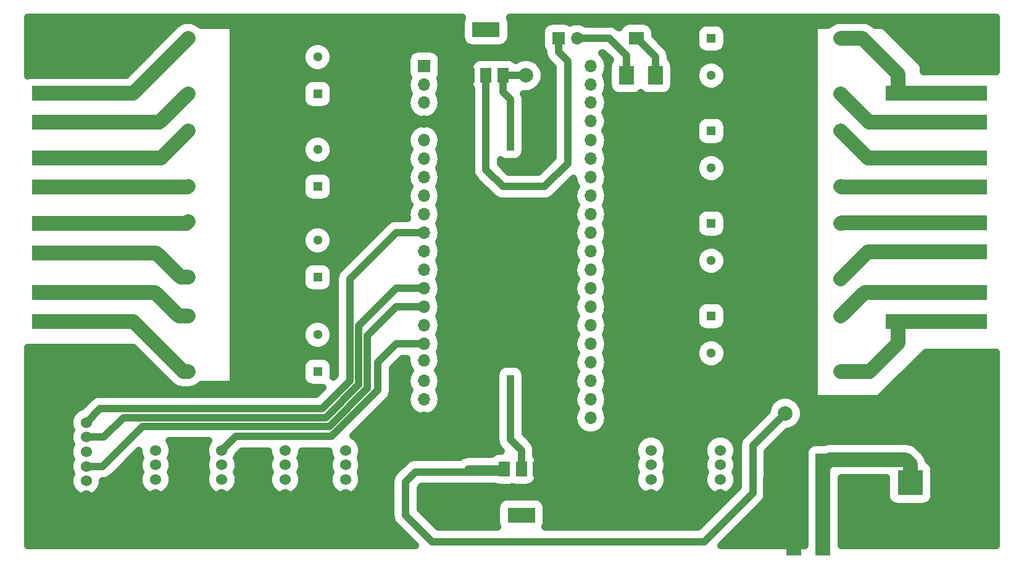
<source format=gbr>
G04 #@! TF.GenerationSoftware,KiCad,Pcbnew,(5.1.0)-1*
G04 #@! TF.CreationDate,2019-04-10T15:15:50-05:00*
G04 #@! TF.ProjectId,controlLED,636f6e74-726f-46c4-9c45-442e6b696361,rev?*
G04 #@! TF.SameCoordinates,Original*
G04 #@! TF.FileFunction,Copper,L1,Top*
G04 #@! TF.FilePolarity,Positive*
%FSLAX46Y46*%
G04 Gerber Fmt 4.6, Leading zero omitted, Abs format (unit mm)*
G04 Created by KiCad (PCBNEW (5.1.0)-1) date 2019-04-10 15:15:50*
%MOMM*%
%LPD*%
G04 APERTURE LIST*
%ADD10R,3.500000X3.500000*%
%ADD11R,1.700000X1.700000*%
%ADD12O,1.700000X1.700000*%
%ADD13R,1.000000X1.600000*%
%ADD14C,1.300000*%
%ADD15R,1.300000X1.300000*%
%ADD16R,3.800000X2.000000*%
%ADD17R,1.500000X2.000000*%
%ADD18R,1.600000X1.000000*%
%ADD19R,2.000000X1.700000*%
%ADD20R,3.500000X2.000000*%
%ADD21R,6.000000X2.000000*%
%ADD22R,2.000000X3.500000*%
%ADD23R,2.000000X6.000000*%
%ADD24C,1.524000*%
%ADD25R,2.000000X2.500000*%
%ADD26C,2.000000*%
%ADD27C,1.000000*%
%ADD28C,1.000000*%
%ADD29C,2.000000*%
G04 APERTURE END LIST*
D10*
X200660000Y-115570000D03*
X200660000Y-121570000D03*
X205360000Y-118570000D03*
D11*
X133985000Y-58420000D03*
D12*
X133985000Y-60960000D03*
X133985000Y-63420000D03*
X133985000Y-66040000D03*
X133985000Y-68580000D03*
X133985000Y-71120000D03*
X133985000Y-73660000D03*
X133985000Y-76200000D03*
X133985000Y-78740000D03*
X133985000Y-81280000D03*
X133985000Y-83820000D03*
X133985000Y-86360000D03*
X133985000Y-88900000D03*
X133985000Y-91440000D03*
X133985000Y-93980000D03*
X133985000Y-96520000D03*
X133985000Y-98740000D03*
X133985000Y-101600000D03*
X133985000Y-104140000D03*
X133985000Y-106680000D03*
X156845000Y-58420000D03*
X156845000Y-60960000D03*
X156845000Y-63420000D03*
X156805000Y-65960000D03*
X156845000Y-68580000D03*
X156845000Y-71120000D03*
X156845000Y-73660000D03*
X156845000Y-76200000D03*
X156845000Y-78740000D03*
X156845000Y-81280000D03*
X156845000Y-83820000D03*
X156845000Y-86360000D03*
X156845000Y-88900000D03*
X156845000Y-91440000D03*
X156845000Y-93980000D03*
X156845000Y-96520000D03*
X156845000Y-99060000D03*
X156845000Y-101600000D03*
X156845000Y-104140000D03*
X156845000Y-106680000D03*
D13*
X142470000Y-69215000D03*
X139470000Y-69215000D03*
D14*
X119380000Y-92710000D03*
D15*
X119380000Y-100330000D03*
D14*
X101600000Y-92710000D03*
X101600000Y-100330000D03*
X119380000Y-95250000D03*
X173355000Y-62230000D03*
D15*
X173355000Y-54610000D03*
D14*
X191135000Y-62230000D03*
X191135000Y-54610000D03*
X173355000Y-59690000D03*
D16*
X147320000Y-119990000D03*
D17*
X147320000Y-113690000D03*
X145020000Y-113690000D03*
X149620000Y-113690000D03*
D13*
X145820000Y-69215000D03*
X148820000Y-69215000D03*
X145820000Y-64770000D03*
X148820000Y-64770000D03*
X142470000Y-64770000D03*
X139470000Y-64770000D03*
D18*
X134620000Y-114070000D03*
X134620000Y-117070000D03*
X139700000Y-114070000D03*
X139700000Y-117070000D03*
D13*
X145820000Y-101600000D03*
X148820000Y-101600000D03*
X145820000Y-106680000D03*
X148820000Y-106680000D03*
D19*
X167100000Y-54610000D03*
X163100000Y-54610000D03*
D20*
X199012000Y-62135000D03*
D21*
X208262000Y-62135000D03*
D20*
X199012000Y-66135000D03*
D21*
X208262000Y-66135000D03*
D20*
X199012000Y-71025000D03*
D21*
X208262000Y-71025000D03*
D20*
X199012000Y-75025000D03*
D21*
X208262000Y-75025000D03*
D20*
X199012000Y-79915000D03*
D21*
X208262000Y-79915000D03*
D20*
X199012000Y-83915000D03*
D21*
X208262000Y-83915000D03*
D20*
X199012000Y-89440000D03*
D21*
X208262000Y-89440000D03*
D20*
X199012000Y-93440000D03*
D21*
X208262000Y-93440000D03*
D20*
X92453000Y-93440000D03*
D21*
X83203000Y-93440000D03*
D20*
X92453000Y-89440000D03*
D21*
X83203000Y-89440000D03*
D20*
X92435000Y-84010000D03*
D21*
X83185000Y-84010000D03*
D20*
X92435000Y-80010000D03*
D21*
X83185000Y-80010000D03*
D20*
X92453000Y-75025000D03*
D21*
X83203000Y-75025000D03*
D20*
X92453000Y-71025000D03*
D21*
X83203000Y-71025000D03*
D22*
X188690000Y-113287000D03*
D23*
X188690000Y-122537000D03*
D22*
X184690000Y-113287000D03*
D23*
X184690000Y-122537000D03*
D24*
X174625000Y-111125000D03*
X174625000Y-113125000D03*
X174625000Y-115125000D03*
X174625000Y-117125000D03*
X114935000Y-111125000D03*
X114935000Y-113125000D03*
X114935000Y-115125000D03*
X114935000Y-117125000D03*
X165100000Y-111125000D03*
X165100000Y-113125000D03*
X165100000Y-115125000D03*
X165100000Y-117125000D03*
X123190000Y-111125000D03*
X123190000Y-113125000D03*
X123190000Y-115125000D03*
X123190000Y-117125000D03*
X97155000Y-111125000D03*
X97155000Y-113125000D03*
X97155000Y-115125000D03*
X97155000Y-117125000D03*
X106235000Y-111125000D03*
X106235000Y-113125000D03*
X106235000Y-115125000D03*
X106235000Y-117125000D03*
X87630000Y-107315000D03*
X87630000Y-109315000D03*
X87630000Y-111315000D03*
X87630000Y-113315000D03*
X87630000Y-115315000D03*
X87630000Y-117315000D03*
D11*
X152400000Y-54610000D03*
D12*
X154940000Y-54610000D03*
D14*
X173355000Y-74930000D03*
D15*
X173355000Y-67310000D03*
D14*
X191135000Y-74930000D03*
X191135000Y-67310000D03*
X173355000Y-72390000D03*
X173355000Y-87630000D03*
D15*
X173355000Y-80010000D03*
D14*
X191135000Y-87630000D03*
X191135000Y-80010000D03*
X173355000Y-85090000D03*
X173355000Y-100330000D03*
D15*
X173355000Y-92710000D03*
D14*
X191135000Y-100330000D03*
X191135000Y-92710000D03*
X173355000Y-97790000D03*
X119380000Y-79756000D03*
D15*
X119380000Y-87376000D03*
D14*
X101600000Y-79756000D03*
X101600000Y-87376000D03*
X119380000Y-82296000D03*
X119380000Y-67310000D03*
D15*
X119380000Y-74930000D03*
D14*
X101600000Y-67310000D03*
X101600000Y-74930000D03*
X119380000Y-69850000D03*
X119380000Y-54610000D03*
D15*
X119380000Y-62230000D03*
D14*
X101600000Y-54610000D03*
X101600000Y-62230000D03*
X119380000Y-57150000D03*
D25*
X165735000Y-59690000D03*
X161735000Y-59690000D03*
D16*
X142480000Y-53390000D03*
D17*
X142480000Y-59690000D03*
X144780000Y-59690000D03*
X140180000Y-59690000D03*
D20*
X92453000Y-66135000D03*
D21*
X83203000Y-66135000D03*
D20*
X92453000Y-62135000D03*
D21*
X83203000Y-62135000D03*
D26*
X183515000Y-106045000D03*
X147955012Y-59690000D03*
X137160000Y-117475000D03*
D27*
X210820000Y-53340000D03*
X203200000Y-53340000D03*
X185420000Y-53340000D03*
X109220000Y-53340000D03*
X91440000Y-53340000D03*
X81280000Y-58420000D03*
X81280000Y-99060000D03*
X81280000Y-106680000D03*
X81280000Y-114300000D03*
X81280000Y-121920000D03*
X91440000Y-121920000D03*
X104140000Y-121920000D03*
X114300000Y-121920000D03*
X124460000Y-121920000D03*
X180975000Y-122555000D03*
X210820000Y-121920000D03*
X210820000Y-111760000D03*
X210820000Y-101600000D03*
X151130000Y-67310000D03*
X138430000Y-67310000D03*
X138430000Y-81280000D03*
X138430000Y-93980000D03*
X129540000Y-58420000D03*
X115570000Y-64770000D03*
X115570000Y-77470000D03*
X115570000Y-90170000D03*
X115570000Y-102870000D03*
X185420000Y-64770000D03*
X185420000Y-77470000D03*
X185420000Y-90170000D03*
X185420000Y-102870000D03*
X109220000Y-102870000D03*
X102870000Y-102870000D03*
X96520000Y-102870000D03*
X90170000Y-102870000D03*
X147320000Y-111125000D03*
D28*
X140080000Y-113690000D02*
X139700000Y-114070000D01*
X139700000Y-114070000D02*
X134620000Y-114070000D01*
X142646000Y-113690000D02*
X140080000Y-113690000D01*
X145020000Y-113690000D02*
X142646000Y-113690000D01*
D29*
X188690000Y-113287000D02*
X188690000Y-122537000D01*
D28*
X144640000Y-114070000D02*
X145020000Y-113690000D01*
X139700000Y-114070000D02*
X144640000Y-114070000D01*
X179070000Y-110490000D02*
X183515000Y-106045000D01*
X179070000Y-116994000D02*
X179070000Y-110490000D01*
X132820000Y-114070000D02*
X131445000Y-115445000D01*
X134620000Y-114070000D02*
X132820000Y-114070000D01*
X131445000Y-115445000D02*
X131445000Y-120015000D01*
X131445000Y-120015000D02*
X135078000Y-123648000D01*
X135078000Y-123648000D02*
X172416000Y-123648000D01*
X172416000Y-123648000D02*
X179070000Y-116994000D01*
X144780000Y-59690000D02*
X147955012Y-59690000D01*
X145820000Y-63000000D02*
X145820000Y-69215000D01*
X144780000Y-61960000D02*
X145820000Y-63000000D01*
X144780000Y-59690000D02*
X144780000Y-61960000D01*
D29*
X200660000Y-113030000D02*
X200660000Y-115570000D01*
X200025000Y-112395000D02*
X200660000Y-113030000D01*
X188690000Y-113287000D02*
X189582000Y-112395000D01*
X189582000Y-112395000D02*
X200025000Y-112395000D01*
D28*
X184690000Y-110537000D02*
X189182000Y-106045000D01*
X184690000Y-113287000D02*
X184690000Y-110537000D01*
X189182000Y-106045000D02*
X201295000Y-106045000D01*
X205360000Y-110110000D02*
X205360000Y-118570000D01*
X201295000Y-106045000D02*
X205360000Y-110110000D01*
X203660000Y-118570000D02*
X200660000Y-121570000D01*
X205360000Y-118570000D02*
X203660000Y-118570000D01*
X182690000Y-113287000D02*
X180975000Y-115002000D01*
X184690000Y-113287000D02*
X182690000Y-113287000D01*
X180975000Y-115002000D02*
X180975000Y-122555000D01*
X138660000Y-118110000D02*
X139700000Y-117070000D01*
X137160000Y-118110000D02*
X138660000Y-118110000D01*
X135660000Y-118110000D02*
X134620000Y-117070000D01*
X137160000Y-118110000D02*
X135660000Y-118110000D01*
X139700000Y-117070000D02*
X148995000Y-117070000D01*
X149620000Y-116445000D02*
X149620000Y-113690000D01*
X148995000Y-117070000D02*
X149620000Y-116445000D01*
X165100000Y-117125000D02*
X159035000Y-117125000D01*
X155600000Y-113690000D02*
X149620000Y-113690000D01*
X159035000Y-117125000D02*
X155600000Y-113690000D01*
X184690000Y-113287000D02*
X184690000Y-122537000D01*
X148820000Y-101600000D02*
X148820000Y-106680000D01*
X149620000Y-107480000D02*
X148820000Y-106680000D01*
X149620000Y-113690000D02*
X149620000Y-107480000D01*
X137565000Y-117070000D02*
X137160000Y-117475000D01*
X139700000Y-117070000D02*
X137565000Y-117070000D01*
X135025000Y-117475000D02*
X134620000Y-117070000D01*
X137160000Y-117475000D02*
X135025000Y-117475000D01*
X148820000Y-69215000D02*
X148820000Y-64770000D01*
X139470000Y-69215000D02*
X139470000Y-64770000D01*
X139470000Y-60400000D02*
X140180000Y-59690000D01*
X139470000Y-64770000D02*
X139470000Y-60400000D01*
X180975000Y-122555000D02*
X180975000Y-122555000D01*
X142480000Y-64760000D02*
X142470000Y-64770000D01*
X142480000Y-59690000D02*
X142480000Y-64760000D01*
X142470000Y-69215000D02*
X142470000Y-64770000D01*
X142470000Y-72620000D02*
X142470000Y-69215000D01*
X152400000Y-56460000D02*
X153670000Y-57730000D01*
X152400000Y-54610000D02*
X152400000Y-56460000D01*
X153670000Y-57730000D02*
X153670000Y-71755000D01*
X153670000Y-71755000D02*
X150495000Y-74930000D01*
X150495000Y-74930000D02*
X144780000Y-74930000D01*
X144780000Y-74930000D02*
X142470000Y-72620000D01*
X145820000Y-101600000D02*
X145820000Y-106680000D01*
X147320000Y-112979998D02*
X147320000Y-111125000D01*
X147320000Y-113690000D02*
X147320000Y-112979998D01*
X145820000Y-106680000D02*
X145820000Y-109625000D01*
X145820000Y-109625000D02*
X147320000Y-111125000D01*
X163100000Y-54610000D02*
X163195000Y-54610000D01*
X165735000Y-57150000D02*
X165735000Y-59690000D01*
X163195000Y-54610000D02*
X165735000Y-57150000D01*
D29*
X208262000Y-62135000D02*
X199012000Y-62135000D01*
X199012000Y-59514033D02*
X199012000Y-62135000D01*
X191135000Y-54610000D02*
X194107967Y-54610000D01*
X194107967Y-54610000D02*
X199012000Y-59514033D01*
X199012000Y-66135000D02*
X208262000Y-66135000D01*
X195040000Y-66135000D02*
X191135000Y-62230000D01*
X199012000Y-66135000D02*
X195040000Y-66135000D01*
X199012000Y-71025000D02*
X208262000Y-71025000D01*
X194850000Y-71025000D02*
X191135000Y-67310000D01*
X199012000Y-71025000D02*
X194850000Y-71025000D01*
X208262000Y-75025000D02*
X199012000Y-75025000D01*
X191230000Y-75025000D02*
X191135000Y-74930000D01*
X199012000Y-75025000D02*
X191230000Y-75025000D01*
X208262000Y-79915000D02*
X199012000Y-79915000D01*
X191230000Y-79915000D02*
X191135000Y-80010000D01*
X199012000Y-79915000D02*
X191230000Y-79915000D01*
X208262000Y-83915000D02*
X199012000Y-83915000D01*
X194850000Y-83915000D02*
X191135000Y-87630000D01*
X199012000Y-83915000D02*
X194850000Y-83915000D01*
X208262000Y-89440000D02*
X199012000Y-89440000D01*
X194405000Y-89440000D02*
X191135000Y-92710000D01*
X199012000Y-89440000D02*
X194405000Y-89440000D01*
X208262000Y-93440000D02*
X199012000Y-93440000D01*
X199012000Y-96440000D02*
X195122000Y-100330000D01*
X199012000Y-93440000D02*
X199012000Y-96440000D01*
X195122000Y-100330000D02*
X191135000Y-100330000D01*
X83203000Y-93440000D02*
X92453000Y-93440000D01*
X100965000Y-100330000D02*
X101600000Y-100330000D01*
X92453000Y-93440000D02*
X94075000Y-93440000D01*
X94075000Y-93440000D02*
X100965000Y-100330000D01*
X83203000Y-89440000D02*
X92453000Y-89440000D01*
X100330000Y-92710000D02*
X101600000Y-92710000D01*
X92453000Y-89440000D02*
X97060000Y-89440000D01*
X97060000Y-89440000D02*
X100330000Y-92710000D01*
X83185000Y-84010000D02*
X92435000Y-84010000D01*
X101600000Y-87376000D02*
X100584000Y-87376000D01*
X97218000Y-84010000D02*
X92435000Y-84010000D01*
X100584000Y-87376000D02*
X97218000Y-84010000D01*
X83185000Y-80010000D02*
X92435000Y-80010000D01*
X101346000Y-80010000D02*
X101600000Y-79756000D01*
X92435000Y-80010000D02*
X101346000Y-80010000D01*
X92453000Y-75025000D02*
X83203000Y-75025000D01*
X101505000Y-75025000D02*
X101600000Y-74930000D01*
X92453000Y-75025000D02*
X101505000Y-75025000D01*
X92453000Y-71025000D02*
X83203000Y-71025000D01*
X97885000Y-71025000D02*
X101600000Y-67310000D01*
X92453000Y-71025000D02*
X97885000Y-71025000D01*
X92453000Y-66135000D02*
X83203000Y-66135000D01*
X97695000Y-66135000D02*
X101600000Y-62230000D01*
X92453000Y-66135000D02*
X97695000Y-66135000D01*
X92453000Y-62135000D02*
X83203000Y-62135000D01*
X94075000Y-62135000D02*
X101600000Y-54610000D01*
X92453000Y-62135000D02*
X94075000Y-62135000D01*
D28*
X161735000Y-56960000D02*
X161735000Y-59690000D01*
X154940000Y-54610000D02*
X159385000Y-54610000D01*
X159385000Y-54610000D02*
X161735000Y-56960000D01*
X89535000Y-105410000D02*
X87630000Y-107315000D01*
X120015000Y-105410000D02*
X89535000Y-105410000D01*
X123825000Y-101600000D02*
X120015000Y-105410000D01*
X123825000Y-87630000D02*
X123825000Y-101600000D01*
X133985000Y-81280000D02*
X130175000Y-81280000D01*
X130175000Y-81280000D02*
X123825000Y-87630000D01*
X88707630Y-109315000D02*
X87630000Y-109315000D01*
X90075000Y-109315000D02*
X88707630Y-109315000D01*
X130175000Y-88900000D02*
X125025011Y-94049989D01*
X133985000Y-88900000D02*
X130175000Y-88900000D01*
X125025011Y-102097060D02*
X120512060Y-106610011D01*
X125025011Y-94049989D02*
X125025011Y-102097060D01*
X120512060Y-106610011D02*
X92779989Y-106610011D01*
X92779989Y-106610011D02*
X90075000Y-109315000D01*
X89885000Y-113315000D02*
X87630000Y-113315000D01*
X130175000Y-91440000D02*
X126225022Y-95389978D01*
X133985000Y-91440000D02*
X130175000Y-91440000D01*
X121009120Y-107810022D02*
X95389978Y-107810022D01*
X126225022Y-95389978D02*
X126225022Y-102594120D01*
X126225022Y-102594120D02*
X121009120Y-107810022D01*
X95389978Y-107810022D02*
X89885000Y-113315000D01*
X108140000Y-109220000D02*
X106235000Y-111125000D01*
X121296213Y-109220000D02*
X108140000Y-109220000D01*
X127635000Y-102881213D02*
X121296213Y-109220000D01*
X127635000Y-99060000D02*
X127635000Y-102881213D01*
X133985000Y-96520000D02*
X130175000Y-96520000D01*
X130175000Y-96520000D02*
X127635000Y-99060000D01*
G36*
X139187476Y-51813198D02*
G01*
X139101705Y-52095949D01*
X139072743Y-52390000D01*
X139072743Y-54390000D01*
X139101705Y-54684051D01*
X139187476Y-54966802D01*
X139326762Y-55227387D01*
X139514208Y-55455792D01*
X139742613Y-55643238D01*
X140003198Y-55782524D01*
X140285949Y-55868295D01*
X140580000Y-55897257D01*
X144380000Y-55897257D01*
X144674051Y-55868295D01*
X144956802Y-55782524D01*
X145217387Y-55643238D01*
X145445792Y-55455792D01*
X145633238Y-55227387D01*
X145772524Y-54966802D01*
X145858295Y-54684051D01*
X145887257Y-54390000D01*
X145887257Y-52390000D01*
X145858295Y-52095949D01*
X145772524Y-51813198D01*
X145720036Y-51715000D01*
X212445000Y-51715000D01*
X212445000Y-59190000D01*
X202430000Y-59190000D01*
X202430000Y-58420000D01*
X202420393Y-58322455D01*
X202391940Y-58228658D01*
X202345735Y-58142215D01*
X202283553Y-58066447D01*
X197203553Y-52986447D01*
X197127785Y-52924265D01*
X197041342Y-52878060D01*
X196947545Y-52849607D01*
X196850000Y-52840000D01*
X195889474Y-52840000D01*
X195884287Y-52833680D01*
X195503613Y-52521269D01*
X195069305Y-52289126D01*
X194598053Y-52146173D01*
X194230780Y-52110000D01*
X194230770Y-52110000D01*
X194107967Y-52097905D01*
X193985164Y-52110000D01*
X191012187Y-52110000D01*
X190644914Y-52146173D01*
X190173662Y-52289126D01*
X189739354Y-52521269D01*
X189358680Y-52833680D01*
X189353493Y-52840000D01*
X187960000Y-52840000D01*
X187862455Y-52849607D01*
X187768658Y-52878060D01*
X187682215Y-52924265D01*
X187606447Y-52986447D01*
X187544265Y-53062215D01*
X187498060Y-53148658D01*
X187469607Y-53242455D01*
X187460000Y-53340000D01*
X187460000Y-103505000D01*
X187469607Y-103602545D01*
X187498060Y-103696342D01*
X187544265Y-103782785D01*
X187606447Y-103858553D01*
X187682215Y-103920735D01*
X187768658Y-103966940D01*
X187862455Y-103995393D01*
X187960000Y-104005000D01*
X196215000Y-104005000D01*
X196312545Y-103995393D01*
X196406342Y-103966940D01*
X196492785Y-103920735D01*
X196568553Y-103858553D01*
X202772106Y-97655000D01*
X212445001Y-97655000D01*
X212445001Y-124180000D01*
X191197257Y-124180000D01*
X191197257Y-119537000D01*
X191190000Y-119463320D01*
X191190000Y-115110680D01*
X191197257Y-115037000D01*
X191197257Y-114895000D01*
X197402743Y-114895000D01*
X197402743Y-117320000D01*
X197431705Y-117614051D01*
X197517476Y-117896802D01*
X197656762Y-118157387D01*
X197844208Y-118385792D01*
X198072613Y-118573238D01*
X198333198Y-118712524D01*
X198615949Y-118798295D01*
X198910000Y-118827257D01*
X202410000Y-118827257D01*
X202704051Y-118798295D01*
X202986802Y-118712524D01*
X203247387Y-118573238D01*
X203475792Y-118385792D01*
X203663238Y-118157387D01*
X203802524Y-117896802D01*
X203888295Y-117614051D01*
X203917257Y-117320000D01*
X203917257Y-113820000D01*
X203888295Y-113525949D01*
X203802524Y-113243198D01*
X203663238Y-112982613D01*
X203475792Y-112754208D01*
X203247387Y-112566762D01*
X203109636Y-112493132D01*
X202980874Y-112068662D01*
X202788298Y-111708378D01*
X202748732Y-111634355D01*
X202584027Y-111433662D01*
X202436320Y-111253680D01*
X202340923Y-111175390D01*
X201879612Y-110714079D01*
X201801320Y-110618680D01*
X201420646Y-110306269D01*
X200986338Y-110074126D01*
X200515086Y-109931173D01*
X200147813Y-109895000D01*
X200147803Y-109895000D01*
X200025000Y-109882905D01*
X199902197Y-109895000D01*
X189704802Y-109895000D01*
X189581999Y-109882905D01*
X189459196Y-109895000D01*
X189459187Y-109895000D01*
X189091914Y-109931173D01*
X188766973Y-110029743D01*
X187690000Y-110029743D01*
X187395949Y-110058705D01*
X187113198Y-110144476D01*
X186852613Y-110283762D01*
X186624208Y-110471208D01*
X186436762Y-110699613D01*
X186297476Y-110960198D01*
X186211705Y-111242949D01*
X186182743Y-111537000D01*
X186182743Y-113237879D01*
X186177905Y-113287000D01*
X186182743Y-113336121D01*
X186182743Y-115037000D01*
X186190000Y-115110682D01*
X186190001Y-119463313D01*
X186182743Y-119537000D01*
X186182743Y-124180000D01*
X174712426Y-124180000D01*
X180414740Y-118477687D01*
X180491056Y-118415056D01*
X180740985Y-118110517D01*
X180926699Y-117763070D01*
X181041062Y-117386069D01*
X181070000Y-117092253D01*
X181070000Y-117092244D01*
X181079676Y-116994001D01*
X181070000Y-116895758D01*
X181070000Y-111318426D01*
X183863837Y-108524590D01*
X184244223Y-108448926D01*
X184699194Y-108260471D01*
X185108657Y-107986876D01*
X185456876Y-107638657D01*
X185730471Y-107229194D01*
X185918926Y-106774223D01*
X186015000Y-106291228D01*
X186015000Y-105798772D01*
X185918926Y-105315777D01*
X185730471Y-104860806D01*
X185456876Y-104451343D01*
X185108657Y-104103124D01*
X184699194Y-103829529D01*
X184244223Y-103641074D01*
X183761228Y-103545000D01*
X183268772Y-103545000D01*
X182785777Y-103641074D01*
X182330806Y-103829529D01*
X181921343Y-104103124D01*
X181573124Y-104451343D01*
X181299529Y-104860806D01*
X181111074Y-105315777D01*
X181035410Y-105696163D01*
X177725261Y-109006313D01*
X177648945Y-109068944D01*
X177586314Y-109145260D01*
X177586312Y-109145262D01*
X177399015Y-109373484D01*
X177213301Y-109720931D01*
X177136290Y-109974801D01*
X177123469Y-110017069D01*
X177098939Y-110097932D01*
X177060324Y-110490000D01*
X177070001Y-110588253D01*
X177070000Y-116165573D01*
X171587574Y-121648000D01*
X150569123Y-121648000D01*
X150612524Y-121566802D01*
X150698295Y-121284051D01*
X150727257Y-120990000D01*
X150727257Y-118990000D01*
X150698295Y-118695949D01*
X150612524Y-118413198D01*
X150473238Y-118152613D01*
X150285792Y-117924208D01*
X150057387Y-117736762D01*
X149796802Y-117597476D01*
X149514051Y-117511705D01*
X149220000Y-117482743D01*
X145420000Y-117482743D01*
X145125949Y-117511705D01*
X144843198Y-117597476D01*
X144582613Y-117736762D01*
X144354208Y-117924208D01*
X144166762Y-118152613D01*
X144027476Y-118413198D01*
X143941705Y-118695949D01*
X143912743Y-118990000D01*
X143912743Y-120990000D01*
X143941705Y-121284051D01*
X144027476Y-121566802D01*
X144070877Y-121648000D01*
X135906428Y-121648000D01*
X133445000Y-119186574D01*
X133445000Y-116273426D01*
X133648427Y-116070000D01*
X133746320Y-116070000D01*
X133820000Y-116077257D01*
X135420000Y-116077257D01*
X135493680Y-116070000D01*
X138826320Y-116070000D01*
X138900000Y-116077257D01*
X139675439Y-116077257D01*
X139700000Y-116079676D01*
X139724561Y-116077257D01*
X140500000Y-116077257D01*
X140573680Y-116070000D01*
X143669767Y-116070000D01*
X143693198Y-116082524D01*
X143975949Y-116168295D01*
X144270000Y-116197257D01*
X145770000Y-116197257D01*
X146064051Y-116168295D01*
X146170000Y-116136156D01*
X146275949Y-116168295D01*
X146570000Y-116197257D01*
X148070000Y-116197257D01*
X148364051Y-116168295D01*
X148646802Y-116082524D01*
X148907387Y-115943238D01*
X149135792Y-115755792D01*
X149323238Y-115527387D01*
X149462524Y-115266802D01*
X149548295Y-114984051D01*
X149577257Y-114690000D01*
X149577257Y-112690000D01*
X149548295Y-112395949D01*
X149462524Y-112113198D01*
X149323238Y-111852613D01*
X149320000Y-111848667D01*
X149320000Y-111223242D01*
X149329676Y-111124999D01*
X149320000Y-111026756D01*
X149320000Y-110928017D01*
X149314867Y-110902212D01*
X162838000Y-110902212D01*
X162838000Y-111347788D01*
X162924927Y-111784801D01*
X163065842Y-112125000D01*
X162924927Y-112465199D01*
X162838000Y-112902212D01*
X162838000Y-113347788D01*
X162924927Y-113784801D01*
X163065842Y-114125000D01*
X162924927Y-114465199D01*
X162838000Y-114902212D01*
X162838000Y-115347788D01*
X162924927Y-115784801D01*
X163095441Y-116196459D01*
X163342990Y-116566941D01*
X163658059Y-116882010D01*
X164028541Y-117129559D01*
X164440199Y-117300073D01*
X164877212Y-117387000D01*
X165322788Y-117387000D01*
X165759801Y-117300073D01*
X166171459Y-117129559D01*
X166541941Y-116882010D01*
X166857010Y-116566941D01*
X167104559Y-116196459D01*
X167275073Y-115784801D01*
X167362000Y-115347788D01*
X167362000Y-114902212D01*
X167275073Y-114465199D01*
X167134158Y-114125000D01*
X167275073Y-113784801D01*
X167362000Y-113347788D01*
X167362000Y-112902212D01*
X167275073Y-112465199D01*
X167134158Y-112125000D01*
X167275073Y-111784801D01*
X167362000Y-111347788D01*
X167362000Y-110902212D01*
X172363000Y-110902212D01*
X172363000Y-111347788D01*
X172449927Y-111784801D01*
X172590842Y-112125000D01*
X172449927Y-112465199D01*
X172363000Y-112902212D01*
X172363000Y-113347788D01*
X172449927Y-113784801D01*
X172590842Y-114125000D01*
X172449927Y-114465199D01*
X172363000Y-114902212D01*
X172363000Y-115347788D01*
X172449927Y-115784801D01*
X172620441Y-116196459D01*
X172867990Y-116566941D01*
X173183059Y-116882010D01*
X173553541Y-117129559D01*
X173965199Y-117300073D01*
X174402212Y-117387000D01*
X174847788Y-117387000D01*
X175284801Y-117300073D01*
X175696459Y-117129559D01*
X176066941Y-116882010D01*
X176382010Y-116566941D01*
X176629559Y-116196459D01*
X176800073Y-115784801D01*
X176887000Y-115347788D01*
X176887000Y-114902212D01*
X176800073Y-114465199D01*
X176659158Y-114125000D01*
X176800073Y-113784801D01*
X176887000Y-113347788D01*
X176887000Y-112902212D01*
X176800073Y-112465199D01*
X176659158Y-112125000D01*
X176800073Y-111784801D01*
X176887000Y-111347788D01*
X176887000Y-110902212D01*
X176800073Y-110465199D01*
X176629559Y-110053541D01*
X176382010Y-109683059D01*
X176066941Y-109367990D01*
X175696459Y-109120441D01*
X175284801Y-108949927D01*
X174847788Y-108863000D01*
X174402212Y-108863000D01*
X173965199Y-108949927D01*
X173553541Y-109120441D01*
X173183059Y-109367990D01*
X172867990Y-109683059D01*
X172620441Y-110053541D01*
X172449927Y-110465199D01*
X172363000Y-110902212D01*
X167362000Y-110902212D01*
X167275073Y-110465199D01*
X167104559Y-110053541D01*
X166857010Y-109683059D01*
X166541941Y-109367990D01*
X166171459Y-109120441D01*
X165759801Y-108949927D01*
X165322788Y-108863000D01*
X164877212Y-108863000D01*
X164440199Y-108949927D01*
X164028541Y-109120441D01*
X163658059Y-109367990D01*
X163342990Y-109683059D01*
X163095441Y-110053541D01*
X162924927Y-110465199D01*
X162838000Y-110902212D01*
X149314867Y-110902212D01*
X149300739Y-110831187D01*
X149291062Y-110732931D01*
X149262402Y-110638451D01*
X149243141Y-110541622D01*
X149205358Y-110450407D01*
X149176699Y-110355930D01*
X149130160Y-110268862D01*
X149092377Y-110177645D01*
X149037525Y-110095553D01*
X148990985Y-110008483D01*
X148928353Y-109932166D01*
X148873501Y-109850074D01*
X148803687Y-109780260D01*
X148741056Y-109703944D01*
X148664740Y-109641313D01*
X148594926Y-109571499D01*
X147820000Y-108796574D01*
X147820000Y-107553680D01*
X147827257Y-107480000D01*
X147827257Y-105880000D01*
X147820000Y-105806320D01*
X147820000Y-102473680D01*
X147827257Y-102400000D01*
X147827257Y-100800000D01*
X147798295Y-100505949D01*
X147712524Y-100223198D01*
X147573238Y-99962613D01*
X147385792Y-99734208D01*
X147157387Y-99546762D01*
X146896802Y-99407476D01*
X146614051Y-99321705D01*
X146320000Y-99292743D01*
X145320000Y-99292743D01*
X145025949Y-99321705D01*
X144743198Y-99407476D01*
X144482613Y-99546762D01*
X144254208Y-99734208D01*
X144066762Y-99962613D01*
X143927476Y-100223198D01*
X143841705Y-100505949D01*
X143812743Y-100800000D01*
X143812743Y-102400000D01*
X143820000Y-102473682D01*
X143820001Y-105806311D01*
X143812743Y-105880000D01*
X143812743Y-107480000D01*
X143820000Y-107553683D01*
X143820001Y-109526748D01*
X143810324Y-109625000D01*
X143820001Y-109723253D01*
X143848939Y-110017069D01*
X143873469Y-110097932D01*
X143963301Y-110394069D01*
X144149015Y-110741516D01*
X144302073Y-110928017D01*
X144398945Y-111046056D01*
X144475261Y-111108687D01*
X144549317Y-111182743D01*
X144270000Y-111182743D01*
X143975949Y-111211705D01*
X143693198Y-111297476D01*
X143432613Y-111436762D01*
X143204208Y-111624208D01*
X143150214Y-111690000D01*
X140178242Y-111690000D01*
X140079999Y-111680324D01*
X139981756Y-111690000D01*
X139981747Y-111690000D01*
X139687931Y-111718938D01*
X139310930Y-111833301D01*
X138963483Y-112019015D01*
X138910200Y-112062743D01*
X138900000Y-112062743D01*
X138826320Y-112070000D01*
X135493680Y-112070000D01*
X135420000Y-112062743D01*
X133820000Y-112062743D01*
X133746320Y-112070000D01*
X132918243Y-112070000D01*
X132820000Y-112060324D01*
X132721757Y-112070000D01*
X132721747Y-112070000D01*
X132427931Y-112098938D01*
X132058753Y-112210928D01*
X132050930Y-112213301D01*
X131703483Y-112399014D01*
X131490893Y-112573483D01*
X131398944Y-112648944D01*
X131336313Y-112725261D01*
X130100265Y-113961309D01*
X130023944Y-114023944D01*
X129774015Y-114328483D01*
X129588301Y-114675931D01*
X129473938Y-115052932D01*
X129445000Y-115346748D01*
X129445000Y-115346757D01*
X129435324Y-115445000D01*
X129445000Y-115543243D01*
X129445001Y-119916747D01*
X129435324Y-120015000D01*
X129473939Y-120407068D01*
X129588301Y-120784069D01*
X129774015Y-121131516D01*
X129899198Y-121284051D01*
X130023945Y-121436056D01*
X130100261Y-121498687D01*
X132781573Y-124180000D01*
X79655000Y-124180000D01*
X79655000Y-107092212D01*
X85368000Y-107092212D01*
X85368000Y-107537788D01*
X85454927Y-107974801D01*
X85595842Y-108315000D01*
X85454927Y-108655199D01*
X85368000Y-109092212D01*
X85368000Y-109537788D01*
X85454927Y-109974801D01*
X85595842Y-110315000D01*
X85454927Y-110655199D01*
X85368000Y-111092212D01*
X85368000Y-111537788D01*
X85454927Y-111974801D01*
X85595842Y-112315000D01*
X85454927Y-112655199D01*
X85368000Y-113092212D01*
X85368000Y-113537788D01*
X85454927Y-113974801D01*
X85595842Y-114315000D01*
X85454927Y-114655199D01*
X85368000Y-115092212D01*
X85368000Y-115537788D01*
X85454927Y-115974801D01*
X85625441Y-116386459D01*
X85872990Y-116756941D01*
X86188059Y-117072010D01*
X86558541Y-117319559D01*
X86970199Y-117490073D01*
X87407212Y-117577000D01*
X87852788Y-117577000D01*
X88289801Y-117490073D01*
X88701459Y-117319559D01*
X89071941Y-117072010D01*
X89387010Y-116756941D01*
X89634559Y-116386459D01*
X89805073Y-115974801D01*
X89892000Y-115537788D01*
X89892000Y-115323987D01*
X89983243Y-115315000D01*
X89983253Y-115315000D01*
X90277069Y-115286062D01*
X90654070Y-115171699D01*
X91001517Y-114985985D01*
X91306056Y-114736056D01*
X91368691Y-114659735D01*
X94893000Y-111135427D01*
X94893000Y-111347788D01*
X94979927Y-111784801D01*
X95120842Y-112125000D01*
X94979927Y-112465199D01*
X94893000Y-112902212D01*
X94893000Y-113347788D01*
X94979927Y-113784801D01*
X95120842Y-114125000D01*
X94979927Y-114465199D01*
X94893000Y-114902212D01*
X94893000Y-115347788D01*
X94979927Y-115784801D01*
X95150441Y-116196459D01*
X95397990Y-116566941D01*
X95713059Y-116882010D01*
X96083541Y-117129559D01*
X96495199Y-117300073D01*
X96932212Y-117387000D01*
X97377788Y-117387000D01*
X97814801Y-117300073D01*
X98226459Y-117129559D01*
X98596941Y-116882010D01*
X98912010Y-116566941D01*
X99159559Y-116196459D01*
X99330073Y-115784801D01*
X99417000Y-115347788D01*
X99417000Y-114902212D01*
X99330073Y-114465199D01*
X99189158Y-114125000D01*
X99330073Y-113784801D01*
X99417000Y-113347788D01*
X99417000Y-112902212D01*
X99330073Y-112465199D01*
X99189158Y-112125000D01*
X99330073Y-111784801D01*
X99417000Y-111347788D01*
X99417000Y-110902212D01*
X99330073Y-110465199D01*
X99159559Y-110053541D01*
X98996844Y-109810022D01*
X104393156Y-109810022D01*
X104230441Y-110053541D01*
X104059927Y-110465199D01*
X103973000Y-110902212D01*
X103973000Y-111347788D01*
X104059927Y-111784801D01*
X104200842Y-112125000D01*
X104059927Y-112465199D01*
X103973000Y-112902212D01*
X103973000Y-113347788D01*
X104059927Y-113784801D01*
X104200842Y-114125000D01*
X104059927Y-114465199D01*
X103973000Y-114902212D01*
X103973000Y-115347788D01*
X104059927Y-115784801D01*
X104230441Y-116196459D01*
X104477990Y-116566941D01*
X104793059Y-116882010D01*
X105163541Y-117129559D01*
X105575199Y-117300073D01*
X106012212Y-117387000D01*
X106457788Y-117387000D01*
X106894801Y-117300073D01*
X107306459Y-117129559D01*
X107676941Y-116882010D01*
X107992010Y-116566941D01*
X108239559Y-116196459D01*
X108410073Y-115784801D01*
X108497000Y-115347788D01*
X108497000Y-114902212D01*
X108410073Y-114465199D01*
X108269158Y-114125000D01*
X108410073Y-113784801D01*
X108497000Y-113347788D01*
X108497000Y-112902212D01*
X108410073Y-112465199D01*
X108269158Y-112125000D01*
X108410073Y-111784801D01*
X108411674Y-111776753D01*
X108968427Y-111220000D01*
X112673000Y-111220000D01*
X112673000Y-111347788D01*
X112759927Y-111784801D01*
X112900842Y-112125000D01*
X112759927Y-112465199D01*
X112673000Y-112902212D01*
X112673000Y-113347788D01*
X112759927Y-113784801D01*
X112900842Y-114125000D01*
X112759927Y-114465199D01*
X112673000Y-114902212D01*
X112673000Y-115347788D01*
X112759927Y-115784801D01*
X112930441Y-116196459D01*
X113177990Y-116566941D01*
X113493059Y-116882010D01*
X113863541Y-117129559D01*
X114275199Y-117300073D01*
X114712212Y-117387000D01*
X115157788Y-117387000D01*
X115594801Y-117300073D01*
X116006459Y-117129559D01*
X116376941Y-116882010D01*
X116692010Y-116566941D01*
X116939559Y-116196459D01*
X117110073Y-115784801D01*
X117197000Y-115347788D01*
X117197000Y-114902212D01*
X117110073Y-114465199D01*
X116969158Y-114125000D01*
X117110073Y-113784801D01*
X117197000Y-113347788D01*
X117197000Y-112902212D01*
X117110073Y-112465199D01*
X116969158Y-112125000D01*
X117110073Y-111784801D01*
X117197000Y-111347788D01*
X117197000Y-111220000D01*
X120928000Y-111220000D01*
X120928000Y-111347788D01*
X121014927Y-111784801D01*
X121155842Y-112125000D01*
X121014927Y-112465199D01*
X120928000Y-112902212D01*
X120928000Y-113347788D01*
X121014927Y-113784801D01*
X121155842Y-114125000D01*
X121014927Y-114465199D01*
X120928000Y-114902212D01*
X120928000Y-115347788D01*
X121014927Y-115784801D01*
X121185441Y-116196459D01*
X121432990Y-116566941D01*
X121748059Y-116882010D01*
X122118541Y-117129559D01*
X122530199Y-117300073D01*
X122967212Y-117387000D01*
X123412788Y-117387000D01*
X123849801Y-117300073D01*
X124261459Y-117129559D01*
X124631941Y-116882010D01*
X124947010Y-116566941D01*
X125194559Y-116196459D01*
X125365073Y-115784801D01*
X125452000Y-115347788D01*
X125452000Y-114902212D01*
X125365073Y-114465199D01*
X125224158Y-114125000D01*
X125365073Y-113784801D01*
X125452000Y-113347788D01*
X125452000Y-112902212D01*
X125365073Y-112465199D01*
X125224158Y-112125000D01*
X125365073Y-111784801D01*
X125452000Y-111347788D01*
X125452000Y-110902212D01*
X125365073Y-110465199D01*
X125194559Y-110053541D01*
X124947010Y-109683059D01*
X124631941Y-109367990D01*
X124261459Y-109120441D01*
X124235112Y-109109528D01*
X128979740Y-104364900D01*
X129056056Y-104302269D01*
X129118689Y-104225951D01*
X129305986Y-103997730D01*
X129491699Y-103650283D01*
X129506180Y-103602545D01*
X129606062Y-103273282D01*
X129635000Y-102979466D01*
X129635000Y-102979456D01*
X129644676Y-102881213D01*
X129635000Y-102782970D01*
X129635000Y-99888426D01*
X131003427Y-98520000D01*
X131645298Y-98520000D01*
X131623630Y-98740000D01*
X131669003Y-99200680D01*
X131803379Y-99643657D01*
X132021593Y-100051907D01*
X132118509Y-100170000D01*
X132021593Y-100288093D01*
X131803379Y-100696343D01*
X131669003Y-101139320D01*
X131623630Y-101600000D01*
X131669003Y-102060680D01*
X131803379Y-102503657D01*
X131999193Y-102870000D01*
X131803379Y-103236343D01*
X131669003Y-103679320D01*
X131623630Y-104140000D01*
X131669003Y-104600680D01*
X131803379Y-105043657D01*
X132021593Y-105451907D01*
X132315259Y-105809741D01*
X132673093Y-106103407D01*
X133081343Y-106321621D01*
X133524320Y-106455997D01*
X133869558Y-106490000D01*
X134100442Y-106490000D01*
X134445680Y-106455997D01*
X134888657Y-106321621D01*
X135296907Y-106103407D01*
X135654741Y-105809741D01*
X135948407Y-105451907D01*
X136166621Y-105043657D01*
X136300997Y-104600680D01*
X136346370Y-104140000D01*
X136300997Y-103679320D01*
X136166621Y-103236343D01*
X135970807Y-102870000D01*
X136166621Y-102503657D01*
X136300997Y-102060680D01*
X136346370Y-101600000D01*
X136300997Y-101139320D01*
X136166621Y-100696343D01*
X135948407Y-100288093D01*
X135851491Y-100170000D01*
X135948407Y-100051907D01*
X136166621Y-99643657D01*
X136300997Y-99200680D01*
X136346370Y-98740000D01*
X136300997Y-98279320D01*
X136166621Y-97836343D01*
X136056328Y-97630000D01*
X136166621Y-97423657D01*
X136300997Y-96980680D01*
X136346370Y-96520000D01*
X136300997Y-96059320D01*
X136166621Y-95616343D01*
X135970807Y-95250000D01*
X136166621Y-94883657D01*
X136300997Y-94440680D01*
X136346370Y-93980000D01*
X136300997Y-93519320D01*
X136166621Y-93076343D01*
X135970807Y-92710000D01*
X136166621Y-92343657D01*
X136300997Y-91900680D01*
X136346370Y-91440000D01*
X136300997Y-90979320D01*
X136166621Y-90536343D01*
X135970807Y-90170000D01*
X136166621Y-89803657D01*
X136300997Y-89360680D01*
X136346370Y-88900000D01*
X136300997Y-88439320D01*
X136166621Y-87996343D01*
X135970807Y-87630000D01*
X136166621Y-87263657D01*
X136300997Y-86820680D01*
X136346370Y-86360000D01*
X136300997Y-85899320D01*
X136166621Y-85456343D01*
X135970807Y-85090000D01*
X136166621Y-84723657D01*
X136300997Y-84280680D01*
X136346370Y-83820000D01*
X136300997Y-83359320D01*
X136166621Y-82916343D01*
X135970807Y-82550000D01*
X136166621Y-82183657D01*
X136300997Y-81740680D01*
X136346370Y-81280000D01*
X136300997Y-80819320D01*
X136166621Y-80376343D01*
X135970807Y-80010000D01*
X136166621Y-79643657D01*
X136300997Y-79200680D01*
X136346370Y-78740000D01*
X136300997Y-78279320D01*
X136166621Y-77836343D01*
X135970807Y-77470000D01*
X136166621Y-77103657D01*
X136300997Y-76660680D01*
X136346370Y-76200000D01*
X136300997Y-75739320D01*
X136166621Y-75296343D01*
X135970807Y-74930000D01*
X136166621Y-74563657D01*
X136300997Y-74120680D01*
X136346370Y-73660000D01*
X136300997Y-73199320D01*
X136166621Y-72756343D01*
X135970807Y-72390000D01*
X136166621Y-72023657D01*
X136300997Y-71580680D01*
X136346370Y-71120000D01*
X136300997Y-70659320D01*
X136166621Y-70216343D01*
X135970807Y-69850000D01*
X136166621Y-69483657D01*
X136300997Y-69040680D01*
X136346370Y-68580000D01*
X136300997Y-68119320D01*
X136166621Y-67676343D01*
X135948407Y-67268093D01*
X135654741Y-66910259D01*
X135296907Y-66616593D01*
X134888657Y-66398379D01*
X134445680Y-66264003D01*
X134100442Y-66230000D01*
X133869558Y-66230000D01*
X133524320Y-66264003D01*
X133081343Y-66398379D01*
X132673093Y-66616593D01*
X132315259Y-66910259D01*
X132021593Y-67268093D01*
X131803379Y-67676343D01*
X131669003Y-68119320D01*
X131623630Y-68580000D01*
X131669003Y-69040680D01*
X131803379Y-69483657D01*
X131999193Y-69850000D01*
X131803379Y-70216343D01*
X131669003Y-70659320D01*
X131623630Y-71120000D01*
X131669003Y-71580680D01*
X131803379Y-72023657D01*
X131999193Y-72390000D01*
X131803379Y-72756343D01*
X131669003Y-73199320D01*
X131623630Y-73660000D01*
X131669003Y-74120680D01*
X131803379Y-74563657D01*
X131999193Y-74930000D01*
X131803379Y-75296343D01*
X131669003Y-75739320D01*
X131623630Y-76200000D01*
X131669003Y-76660680D01*
X131803379Y-77103657D01*
X131999193Y-77470000D01*
X131803379Y-77836343D01*
X131669003Y-78279320D01*
X131623630Y-78740000D01*
X131669003Y-79200680D01*
X131693065Y-79280000D01*
X130273242Y-79280000D01*
X130174999Y-79270324D01*
X130076756Y-79280000D01*
X130076747Y-79280000D01*
X129782931Y-79308938D01*
X129405930Y-79423301D01*
X129058483Y-79609015D01*
X128753944Y-79858944D01*
X128691313Y-79935260D01*
X122480265Y-86146309D01*
X122403944Y-86208944D01*
X122154015Y-86513483D01*
X121968301Y-86860931D01*
X121853938Y-87237932D01*
X121825000Y-87531748D01*
X121825000Y-87531757D01*
X121815324Y-87630000D01*
X121825000Y-87728243D01*
X121825001Y-100771572D01*
X121528591Y-101067982D01*
X121537257Y-100980000D01*
X121537257Y-99680000D01*
X121508295Y-99385949D01*
X121422524Y-99103198D01*
X121283238Y-98842613D01*
X121095792Y-98614208D01*
X120867387Y-98426762D01*
X120606802Y-98287476D01*
X120324051Y-98201705D01*
X120030000Y-98172743D01*
X118730000Y-98172743D01*
X118435949Y-98201705D01*
X118153198Y-98287476D01*
X117892613Y-98426762D01*
X117664208Y-98614208D01*
X117476762Y-98842613D01*
X117337476Y-99103198D01*
X117251705Y-99385949D01*
X117222743Y-99680000D01*
X117222743Y-100980000D01*
X117251705Y-101274051D01*
X117337476Y-101556802D01*
X117476762Y-101817387D01*
X117664208Y-102045792D01*
X117892613Y-102233238D01*
X118153198Y-102372524D01*
X118435949Y-102458295D01*
X118730000Y-102487257D01*
X120030000Y-102487257D01*
X120117982Y-102478591D01*
X119186574Y-103410000D01*
X89633243Y-103410000D01*
X89535000Y-103400324D01*
X89436757Y-103410000D01*
X89436747Y-103410000D01*
X89142931Y-103438938D01*
X88765930Y-103553301D01*
X88418483Y-103739014D01*
X88190261Y-103926311D01*
X88190254Y-103926318D01*
X88113944Y-103988944D01*
X88051317Y-104065255D01*
X86978247Y-105138326D01*
X86970199Y-105139927D01*
X86558541Y-105310441D01*
X86188059Y-105557990D01*
X85872990Y-105873059D01*
X85625441Y-106243541D01*
X85454927Y-106655199D01*
X85368000Y-107092212D01*
X79655000Y-107092212D01*
X79655000Y-97020000D01*
X94119467Y-97020000D01*
X99110393Y-102010927D01*
X99188680Y-102106320D01*
X99569354Y-102418731D01*
X100003662Y-102650874D01*
X100474914Y-102793827D01*
X100842187Y-102830000D01*
X100842196Y-102830000D01*
X100964999Y-102842095D01*
X101087802Y-102830000D01*
X101722813Y-102830000D01*
X102090086Y-102793827D01*
X102561338Y-102650874D01*
X102995646Y-102418731D01*
X103376320Y-102106320D01*
X103381507Y-102100000D01*
X107315000Y-102100000D01*
X107412545Y-102090393D01*
X107506342Y-102061940D01*
X107592785Y-102015735D01*
X107668553Y-101953553D01*
X107730735Y-101877785D01*
X107776940Y-101791342D01*
X107805393Y-101697545D01*
X107815000Y-101600000D01*
X107815000Y-95038243D01*
X117230000Y-95038243D01*
X117230000Y-95461757D01*
X117312623Y-95877132D01*
X117474695Y-96268407D01*
X117709986Y-96620545D01*
X118009455Y-96920014D01*
X118361593Y-97155305D01*
X118752868Y-97317377D01*
X119168243Y-97400000D01*
X119591757Y-97400000D01*
X120007132Y-97317377D01*
X120398407Y-97155305D01*
X120750545Y-96920014D01*
X121050014Y-96620545D01*
X121285305Y-96268407D01*
X121447377Y-95877132D01*
X121530000Y-95461757D01*
X121530000Y-95038243D01*
X121447377Y-94622868D01*
X121285305Y-94231593D01*
X121050014Y-93879455D01*
X120750545Y-93579986D01*
X120398407Y-93344695D01*
X120007132Y-93182623D01*
X119591757Y-93100000D01*
X119168243Y-93100000D01*
X118752868Y-93182623D01*
X118361593Y-93344695D01*
X118009455Y-93579986D01*
X117709986Y-93879455D01*
X117474695Y-94231593D01*
X117312623Y-94622868D01*
X117230000Y-95038243D01*
X107815000Y-95038243D01*
X107815000Y-86726000D01*
X117222743Y-86726000D01*
X117222743Y-88026000D01*
X117251705Y-88320051D01*
X117337476Y-88602802D01*
X117476762Y-88863387D01*
X117664208Y-89091792D01*
X117892613Y-89279238D01*
X118153198Y-89418524D01*
X118435949Y-89504295D01*
X118730000Y-89533257D01*
X120030000Y-89533257D01*
X120324051Y-89504295D01*
X120606802Y-89418524D01*
X120867387Y-89279238D01*
X121095792Y-89091792D01*
X121283238Y-88863387D01*
X121422524Y-88602802D01*
X121508295Y-88320051D01*
X121537257Y-88026000D01*
X121537257Y-86726000D01*
X121508295Y-86431949D01*
X121422524Y-86149198D01*
X121283238Y-85888613D01*
X121095792Y-85660208D01*
X120867387Y-85472762D01*
X120606802Y-85333476D01*
X120324051Y-85247705D01*
X120030000Y-85218743D01*
X118730000Y-85218743D01*
X118435949Y-85247705D01*
X118153198Y-85333476D01*
X117892613Y-85472762D01*
X117664208Y-85660208D01*
X117476762Y-85888613D01*
X117337476Y-86149198D01*
X117251705Y-86431949D01*
X117222743Y-86726000D01*
X107815000Y-86726000D01*
X107815000Y-82084243D01*
X117230000Y-82084243D01*
X117230000Y-82507757D01*
X117312623Y-82923132D01*
X117474695Y-83314407D01*
X117709986Y-83666545D01*
X118009455Y-83966014D01*
X118361593Y-84201305D01*
X118752868Y-84363377D01*
X119168243Y-84446000D01*
X119591757Y-84446000D01*
X120007132Y-84363377D01*
X120398407Y-84201305D01*
X120750545Y-83966014D01*
X121050014Y-83666545D01*
X121285305Y-83314407D01*
X121447377Y-82923132D01*
X121530000Y-82507757D01*
X121530000Y-82084243D01*
X121447377Y-81668868D01*
X121285305Y-81277593D01*
X121050014Y-80925455D01*
X120750545Y-80625986D01*
X120398407Y-80390695D01*
X120007132Y-80228623D01*
X119591757Y-80146000D01*
X119168243Y-80146000D01*
X118752868Y-80228623D01*
X118361593Y-80390695D01*
X118009455Y-80625986D01*
X117709986Y-80925455D01*
X117474695Y-81277593D01*
X117312623Y-81668868D01*
X117230000Y-82084243D01*
X107815000Y-82084243D01*
X107815000Y-74280000D01*
X117222743Y-74280000D01*
X117222743Y-75580000D01*
X117251705Y-75874051D01*
X117337476Y-76156802D01*
X117476762Y-76417387D01*
X117664208Y-76645792D01*
X117892613Y-76833238D01*
X118153198Y-76972524D01*
X118435949Y-77058295D01*
X118730000Y-77087257D01*
X120030000Y-77087257D01*
X120324051Y-77058295D01*
X120606802Y-76972524D01*
X120867387Y-76833238D01*
X121095792Y-76645792D01*
X121283238Y-76417387D01*
X121422524Y-76156802D01*
X121508295Y-75874051D01*
X121537257Y-75580000D01*
X121537257Y-74280000D01*
X121508295Y-73985949D01*
X121422524Y-73703198D01*
X121283238Y-73442613D01*
X121095792Y-73214208D01*
X120867387Y-73026762D01*
X120606802Y-72887476D01*
X120324051Y-72801705D01*
X120030000Y-72772743D01*
X118730000Y-72772743D01*
X118435949Y-72801705D01*
X118153198Y-72887476D01*
X117892613Y-73026762D01*
X117664208Y-73214208D01*
X117476762Y-73442613D01*
X117337476Y-73703198D01*
X117251705Y-73985949D01*
X117222743Y-74280000D01*
X107815000Y-74280000D01*
X107815000Y-69638243D01*
X117230000Y-69638243D01*
X117230000Y-70061757D01*
X117312623Y-70477132D01*
X117474695Y-70868407D01*
X117709986Y-71220545D01*
X118009455Y-71520014D01*
X118361593Y-71755305D01*
X118752868Y-71917377D01*
X119168243Y-72000000D01*
X119591757Y-72000000D01*
X120007132Y-71917377D01*
X120398407Y-71755305D01*
X120750545Y-71520014D01*
X121050014Y-71220545D01*
X121285305Y-70868407D01*
X121447377Y-70477132D01*
X121530000Y-70061757D01*
X121530000Y-69638243D01*
X121447377Y-69222868D01*
X121285305Y-68831593D01*
X121050014Y-68479455D01*
X120750545Y-68179986D01*
X120398407Y-67944695D01*
X120007132Y-67782623D01*
X119591757Y-67700000D01*
X119168243Y-67700000D01*
X118752868Y-67782623D01*
X118361593Y-67944695D01*
X118009455Y-68179986D01*
X117709986Y-68479455D01*
X117474695Y-68831593D01*
X117312623Y-69222868D01*
X117230000Y-69638243D01*
X107815000Y-69638243D01*
X107815000Y-61580000D01*
X117222743Y-61580000D01*
X117222743Y-62880000D01*
X117251705Y-63174051D01*
X117337476Y-63456802D01*
X117476762Y-63717387D01*
X117664208Y-63945792D01*
X117892613Y-64133238D01*
X118153198Y-64272524D01*
X118435949Y-64358295D01*
X118730000Y-64387257D01*
X120030000Y-64387257D01*
X120324051Y-64358295D01*
X120606802Y-64272524D01*
X120867387Y-64133238D01*
X121095792Y-63945792D01*
X121283238Y-63717387D01*
X121422524Y-63456802D01*
X121508295Y-63174051D01*
X121537257Y-62880000D01*
X121537257Y-61580000D01*
X121508295Y-61285949D01*
X121422524Y-61003198D01*
X121399435Y-60960000D01*
X131623630Y-60960000D01*
X131669003Y-61420680D01*
X131803379Y-61863657D01*
X131977813Y-62190000D01*
X131803379Y-62516343D01*
X131669003Y-62959320D01*
X131623630Y-63420000D01*
X131669003Y-63880680D01*
X131803379Y-64323657D01*
X132021593Y-64731907D01*
X132315259Y-65089741D01*
X132673093Y-65383407D01*
X133081343Y-65601621D01*
X133524320Y-65735997D01*
X133869558Y-65770000D01*
X134100442Y-65770000D01*
X134445680Y-65735997D01*
X134888657Y-65601621D01*
X135296907Y-65383407D01*
X135654741Y-65089741D01*
X135948407Y-64731907D01*
X136166621Y-64323657D01*
X136300997Y-63880680D01*
X136346370Y-63420000D01*
X136300997Y-62959320D01*
X136166621Y-62516343D01*
X135992187Y-62190000D01*
X136166621Y-61863657D01*
X136300997Y-61420680D01*
X136346370Y-60960000D01*
X136300997Y-60499320D01*
X136166621Y-60056343D01*
X136141071Y-60008543D01*
X136227524Y-59846802D01*
X136313295Y-59564051D01*
X136342257Y-59270000D01*
X136342257Y-58690000D01*
X140222743Y-58690000D01*
X140222743Y-60690000D01*
X140251705Y-60984051D01*
X140337476Y-61266802D01*
X140476762Y-61527387D01*
X140480000Y-61531333D01*
X140480001Y-63794782D01*
X140462743Y-63970000D01*
X140462743Y-64745439D01*
X140460324Y-64770000D01*
X140462743Y-64794561D01*
X140462743Y-65570000D01*
X140470001Y-65643688D01*
X140470000Y-68341318D01*
X140462743Y-68415000D01*
X140462743Y-70015000D01*
X140470001Y-70088688D01*
X140470000Y-72521757D01*
X140460324Y-72620000D01*
X140470000Y-72718243D01*
X140470000Y-72718252D01*
X140498938Y-73012068D01*
X140613301Y-73389069D01*
X140799015Y-73736517D01*
X141048944Y-74041056D01*
X141125265Y-74103691D01*
X143296313Y-76274740D01*
X143358944Y-76351056D01*
X143435260Y-76413687D01*
X143435261Y-76413688D01*
X143662300Y-76600014D01*
X143663483Y-76600985D01*
X144010930Y-76786699D01*
X144387931Y-76901062D01*
X144681747Y-76930000D01*
X144681756Y-76930000D01*
X144779999Y-76939676D01*
X144878242Y-76930000D01*
X150396757Y-76930000D01*
X150495000Y-76939676D01*
X150593243Y-76930000D01*
X150593253Y-76930000D01*
X150887069Y-76901062D01*
X151264070Y-76786699D01*
X151611517Y-76600985D01*
X151916056Y-76351056D01*
X151978691Y-76274735D01*
X154493474Y-73759952D01*
X154529003Y-74120680D01*
X154663379Y-74563657D01*
X154859193Y-74930000D01*
X154663379Y-75296343D01*
X154529003Y-75739320D01*
X154483630Y-76200000D01*
X154529003Y-76660680D01*
X154663379Y-77103657D01*
X154859193Y-77470000D01*
X154663379Y-77836343D01*
X154529003Y-78279320D01*
X154483630Y-78740000D01*
X154529003Y-79200680D01*
X154663379Y-79643657D01*
X154859193Y-80010000D01*
X154663379Y-80376343D01*
X154529003Y-80819320D01*
X154483630Y-81280000D01*
X154529003Y-81740680D01*
X154663379Y-82183657D01*
X154859193Y-82550000D01*
X154663379Y-82916343D01*
X154529003Y-83359320D01*
X154483630Y-83820000D01*
X154529003Y-84280680D01*
X154663379Y-84723657D01*
X154859193Y-85090000D01*
X154663379Y-85456343D01*
X154529003Y-85899320D01*
X154483630Y-86360000D01*
X154529003Y-86820680D01*
X154663379Y-87263657D01*
X154859193Y-87630000D01*
X154663379Y-87996343D01*
X154529003Y-88439320D01*
X154483630Y-88900000D01*
X154529003Y-89360680D01*
X154663379Y-89803657D01*
X154859193Y-90170000D01*
X154663379Y-90536343D01*
X154529003Y-90979320D01*
X154483630Y-91440000D01*
X154529003Y-91900680D01*
X154663379Y-92343657D01*
X154859193Y-92710000D01*
X154663379Y-93076343D01*
X154529003Y-93519320D01*
X154483630Y-93980000D01*
X154529003Y-94440680D01*
X154663379Y-94883657D01*
X154859193Y-95250000D01*
X154663379Y-95616343D01*
X154529003Y-96059320D01*
X154483630Y-96520000D01*
X154529003Y-96980680D01*
X154663379Y-97423657D01*
X154859193Y-97790000D01*
X154663379Y-98156343D01*
X154529003Y-98599320D01*
X154483630Y-99060000D01*
X154529003Y-99520680D01*
X154663379Y-99963657D01*
X154859193Y-100330000D01*
X154663379Y-100696343D01*
X154529003Y-101139320D01*
X154483630Y-101600000D01*
X154529003Y-102060680D01*
X154663379Y-102503657D01*
X154859193Y-102870000D01*
X154663379Y-103236343D01*
X154529003Y-103679320D01*
X154483630Y-104140000D01*
X154529003Y-104600680D01*
X154663379Y-105043657D01*
X154859193Y-105410000D01*
X154663379Y-105776343D01*
X154529003Y-106219320D01*
X154483630Y-106680000D01*
X154529003Y-107140680D01*
X154663379Y-107583657D01*
X154881593Y-107991907D01*
X155175259Y-108349741D01*
X155533093Y-108643407D01*
X155941343Y-108861621D01*
X156384320Y-108995997D01*
X156729558Y-109030000D01*
X156960442Y-109030000D01*
X157305680Y-108995997D01*
X157748657Y-108861621D01*
X158156907Y-108643407D01*
X158514741Y-108349741D01*
X158808407Y-107991907D01*
X159026621Y-107583657D01*
X159160997Y-107140680D01*
X159206370Y-106680000D01*
X159160997Y-106219320D01*
X159026621Y-105776343D01*
X158830807Y-105410000D01*
X159026621Y-105043657D01*
X159160997Y-104600680D01*
X159206370Y-104140000D01*
X159160997Y-103679320D01*
X159026621Y-103236343D01*
X158830807Y-102870000D01*
X159026621Y-102503657D01*
X159160997Y-102060680D01*
X159206370Y-101600000D01*
X159160997Y-101139320D01*
X159026621Y-100696343D01*
X158830807Y-100330000D01*
X159026621Y-99963657D01*
X159160997Y-99520680D01*
X159206370Y-99060000D01*
X159160997Y-98599320D01*
X159026621Y-98156343D01*
X158830807Y-97790000D01*
X158943993Y-97578243D01*
X171205000Y-97578243D01*
X171205000Y-98001757D01*
X171287623Y-98417132D01*
X171449695Y-98808407D01*
X171684986Y-99160545D01*
X171984455Y-99460014D01*
X172336593Y-99695305D01*
X172727868Y-99857377D01*
X173143243Y-99940000D01*
X173566757Y-99940000D01*
X173982132Y-99857377D01*
X174373407Y-99695305D01*
X174725545Y-99460014D01*
X175025014Y-99160545D01*
X175260305Y-98808407D01*
X175422377Y-98417132D01*
X175505000Y-98001757D01*
X175505000Y-97578243D01*
X175422377Y-97162868D01*
X175260305Y-96771593D01*
X175025014Y-96419455D01*
X174725545Y-96119986D01*
X174373407Y-95884695D01*
X173982132Y-95722623D01*
X173566757Y-95640000D01*
X173143243Y-95640000D01*
X172727868Y-95722623D01*
X172336593Y-95884695D01*
X171984455Y-96119986D01*
X171684986Y-96419455D01*
X171449695Y-96771593D01*
X171287623Y-97162868D01*
X171205000Y-97578243D01*
X158943993Y-97578243D01*
X159026621Y-97423657D01*
X159160997Y-96980680D01*
X159206370Y-96520000D01*
X159160997Y-96059320D01*
X159026621Y-95616343D01*
X158830807Y-95250000D01*
X159026621Y-94883657D01*
X159160997Y-94440680D01*
X159206370Y-93980000D01*
X159160997Y-93519320D01*
X159026621Y-93076343D01*
X158830807Y-92710000D01*
X159026621Y-92343657D01*
X159112667Y-92060000D01*
X171197743Y-92060000D01*
X171197743Y-93360000D01*
X171226705Y-93654051D01*
X171312476Y-93936802D01*
X171451762Y-94197387D01*
X171639208Y-94425792D01*
X171867613Y-94613238D01*
X172128198Y-94752524D01*
X172410949Y-94838295D01*
X172705000Y-94867257D01*
X174005000Y-94867257D01*
X174299051Y-94838295D01*
X174581802Y-94752524D01*
X174842387Y-94613238D01*
X175070792Y-94425792D01*
X175258238Y-94197387D01*
X175397524Y-93936802D01*
X175483295Y-93654051D01*
X175512257Y-93360000D01*
X175512257Y-92060000D01*
X175483295Y-91765949D01*
X175397524Y-91483198D01*
X175258238Y-91222613D01*
X175070792Y-90994208D01*
X174842387Y-90806762D01*
X174581802Y-90667476D01*
X174299051Y-90581705D01*
X174005000Y-90552743D01*
X172705000Y-90552743D01*
X172410949Y-90581705D01*
X172128198Y-90667476D01*
X171867613Y-90806762D01*
X171639208Y-90994208D01*
X171451762Y-91222613D01*
X171312476Y-91483198D01*
X171226705Y-91765949D01*
X171197743Y-92060000D01*
X159112667Y-92060000D01*
X159160997Y-91900680D01*
X159206370Y-91440000D01*
X159160997Y-90979320D01*
X159026621Y-90536343D01*
X158830807Y-90170000D01*
X159026621Y-89803657D01*
X159160997Y-89360680D01*
X159206370Y-88900000D01*
X159160997Y-88439320D01*
X159026621Y-87996343D01*
X158830807Y-87630000D01*
X159026621Y-87263657D01*
X159160997Y-86820680D01*
X159206370Y-86360000D01*
X159160997Y-85899320D01*
X159026621Y-85456343D01*
X158830807Y-85090000D01*
X158943993Y-84878243D01*
X171205000Y-84878243D01*
X171205000Y-85301757D01*
X171287623Y-85717132D01*
X171449695Y-86108407D01*
X171684986Y-86460545D01*
X171984455Y-86760014D01*
X172336593Y-86995305D01*
X172727868Y-87157377D01*
X173143243Y-87240000D01*
X173566757Y-87240000D01*
X173982132Y-87157377D01*
X174373407Y-86995305D01*
X174725545Y-86760014D01*
X175025014Y-86460545D01*
X175260305Y-86108407D01*
X175422377Y-85717132D01*
X175505000Y-85301757D01*
X175505000Y-84878243D01*
X175422377Y-84462868D01*
X175260305Y-84071593D01*
X175025014Y-83719455D01*
X174725545Y-83419986D01*
X174373407Y-83184695D01*
X173982132Y-83022623D01*
X173566757Y-82940000D01*
X173143243Y-82940000D01*
X172727868Y-83022623D01*
X172336593Y-83184695D01*
X171984455Y-83419986D01*
X171684986Y-83719455D01*
X171449695Y-84071593D01*
X171287623Y-84462868D01*
X171205000Y-84878243D01*
X158943993Y-84878243D01*
X159026621Y-84723657D01*
X159160997Y-84280680D01*
X159206370Y-83820000D01*
X159160997Y-83359320D01*
X159026621Y-82916343D01*
X158830807Y-82550000D01*
X159026621Y-82183657D01*
X159160997Y-81740680D01*
X159206370Y-81280000D01*
X159160997Y-80819320D01*
X159026621Y-80376343D01*
X158830807Y-80010000D01*
X159026621Y-79643657D01*
X159112667Y-79360000D01*
X171197743Y-79360000D01*
X171197743Y-80660000D01*
X171226705Y-80954051D01*
X171312476Y-81236802D01*
X171451762Y-81497387D01*
X171639208Y-81725792D01*
X171867613Y-81913238D01*
X172128198Y-82052524D01*
X172410949Y-82138295D01*
X172705000Y-82167257D01*
X174005000Y-82167257D01*
X174299051Y-82138295D01*
X174581802Y-82052524D01*
X174842387Y-81913238D01*
X175070792Y-81725792D01*
X175258238Y-81497387D01*
X175397524Y-81236802D01*
X175483295Y-80954051D01*
X175512257Y-80660000D01*
X175512257Y-79360000D01*
X175483295Y-79065949D01*
X175397524Y-78783198D01*
X175258238Y-78522613D01*
X175070792Y-78294208D01*
X174842387Y-78106762D01*
X174581802Y-77967476D01*
X174299051Y-77881705D01*
X174005000Y-77852743D01*
X172705000Y-77852743D01*
X172410949Y-77881705D01*
X172128198Y-77967476D01*
X171867613Y-78106762D01*
X171639208Y-78294208D01*
X171451762Y-78522613D01*
X171312476Y-78783198D01*
X171226705Y-79065949D01*
X171197743Y-79360000D01*
X159112667Y-79360000D01*
X159160997Y-79200680D01*
X159206370Y-78740000D01*
X159160997Y-78279320D01*
X159026621Y-77836343D01*
X158830807Y-77470000D01*
X159026621Y-77103657D01*
X159160997Y-76660680D01*
X159206370Y-76200000D01*
X159160997Y-75739320D01*
X159026621Y-75296343D01*
X158830807Y-74930000D01*
X159026621Y-74563657D01*
X159160997Y-74120680D01*
X159206370Y-73660000D01*
X159160997Y-73199320D01*
X159026621Y-72756343D01*
X158830807Y-72390000D01*
X158943993Y-72178243D01*
X171205000Y-72178243D01*
X171205000Y-72601757D01*
X171287623Y-73017132D01*
X171449695Y-73408407D01*
X171684986Y-73760545D01*
X171984455Y-74060014D01*
X172336593Y-74295305D01*
X172727868Y-74457377D01*
X173143243Y-74540000D01*
X173566757Y-74540000D01*
X173982132Y-74457377D01*
X174373407Y-74295305D01*
X174725545Y-74060014D01*
X175025014Y-73760545D01*
X175260305Y-73408407D01*
X175422377Y-73017132D01*
X175505000Y-72601757D01*
X175505000Y-72178243D01*
X175422377Y-71762868D01*
X175260305Y-71371593D01*
X175025014Y-71019455D01*
X174725545Y-70719986D01*
X174373407Y-70484695D01*
X173982132Y-70322623D01*
X173566757Y-70240000D01*
X173143243Y-70240000D01*
X172727868Y-70322623D01*
X172336593Y-70484695D01*
X171984455Y-70719986D01*
X171684986Y-71019455D01*
X171449695Y-71371593D01*
X171287623Y-71762868D01*
X171205000Y-72178243D01*
X158943993Y-72178243D01*
X159026621Y-72023657D01*
X159160997Y-71580680D01*
X159206370Y-71120000D01*
X159160997Y-70659320D01*
X159026621Y-70216343D01*
X158830807Y-69850000D01*
X159026621Y-69483657D01*
X159160997Y-69040680D01*
X159206370Y-68580000D01*
X159160997Y-68119320D01*
X159026621Y-67676343D01*
X158808407Y-67268093D01*
X158785418Y-67240081D01*
X158986621Y-66863657D01*
X159048399Y-66660000D01*
X171197743Y-66660000D01*
X171197743Y-67960000D01*
X171226705Y-68254051D01*
X171312476Y-68536802D01*
X171451762Y-68797387D01*
X171639208Y-69025792D01*
X171867613Y-69213238D01*
X172128198Y-69352524D01*
X172410949Y-69438295D01*
X172705000Y-69467257D01*
X174005000Y-69467257D01*
X174299051Y-69438295D01*
X174581802Y-69352524D01*
X174842387Y-69213238D01*
X175070792Y-69025792D01*
X175258238Y-68797387D01*
X175397524Y-68536802D01*
X175483295Y-68254051D01*
X175512257Y-67960000D01*
X175512257Y-66660000D01*
X175483295Y-66365949D01*
X175397524Y-66083198D01*
X175258238Y-65822613D01*
X175070792Y-65594208D01*
X174842387Y-65406762D01*
X174581802Y-65267476D01*
X174299051Y-65181705D01*
X174005000Y-65152743D01*
X172705000Y-65152743D01*
X172410949Y-65181705D01*
X172128198Y-65267476D01*
X171867613Y-65406762D01*
X171639208Y-65594208D01*
X171451762Y-65822613D01*
X171312476Y-66083198D01*
X171226705Y-66365949D01*
X171197743Y-66660000D01*
X159048399Y-66660000D01*
X159120997Y-66420680D01*
X159166370Y-65960000D01*
X159120997Y-65499320D01*
X158986621Y-65056343D01*
X158810807Y-64727417D01*
X159026621Y-64323657D01*
X159160997Y-63880680D01*
X159206370Y-63420000D01*
X159160997Y-62959320D01*
X159026621Y-62516343D01*
X158852187Y-62190000D01*
X159026621Y-61863657D01*
X159160997Y-61420680D01*
X159206370Y-60960000D01*
X159160997Y-60499320D01*
X159026621Y-60056343D01*
X158830807Y-59690000D01*
X159026621Y-59323657D01*
X159160997Y-58880680D01*
X159206370Y-58420000D01*
X159160997Y-57959320D01*
X159026621Y-57516343D01*
X158808407Y-57108093D01*
X158514741Y-56750259D01*
X158343834Y-56610000D01*
X158556573Y-56610000D01*
X159512153Y-57565581D01*
X159481762Y-57602613D01*
X159342476Y-57863198D01*
X159256705Y-58145949D01*
X159227743Y-58440000D01*
X159227743Y-60940000D01*
X159256705Y-61234051D01*
X159342476Y-61516802D01*
X159481762Y-61777387D01*
X159669208Y-62005792D01*
X159897613Y-62193238D01*
X160158198Y-62332524D01*
X160440949Y-62418295D01*
X160735000Y-62447257D01*
X162735000Y-62447257D01*
X163029051Y-62418295D01*
X163311802Y-62332524D01*
X163572387Y-62193238D01*
X163735000Y-62059786D01*
X163897613Y-62193238D01*
X164158198Y-62332524D01*
X164440949Y-62418295D01*
X164735000Y-62447257D01*
X166735000Y-62447257D01*
X167029051Y-62418295D01*
X167311802Y-62332524D01*
X167572387Y-62193238D01*
X167800792Y-62005792D01*
X167988238Y-61777387D01*
X168127524Y-61516802D01*
X168213295Y-61234051D01*
X168242257Y-60940000D01*
X168242257Y-59478243D01*
X171205000Y-59478243D01*
X171205000Y-59901757D01*
X171287623Y-60317132D01*
X171449695Y-60708407D01*
X171684986Y-61060545D01*
X171984455Y-61360014D01*
X172336593Y-61595305D01*
X172727868Y-61757377D01*
X173143243Y-61840000D01*
X173566757Y-61840000D01*
X173982132Y-61757377D01*
X174373407Y-61595305D01*
X174725545Y-61360014D01*
X175025014Y-61060545D01*
X175260305Y-60708407D01*
X175422377Y-60317132D01*
X175505000Y-59901757D01*
X175505000Y-59478243D01*
X175422377Y-59062868D01*
X175260305Y-58671593D01*
X175025014Y-58319455D01*
X174725545Y-58019986D01*
X174373407Y-57784695D01*
X173982132Y-57622623D01*
X173566757Y-57540000D01*
X173143243Y-57540000D01*
X172727868Y-57622623D01*
X172336593Y-57784695D01*
X171984455Y-58019986D01*
X171684986Y-58319455D01*
X171449695Y-58671593D01*
X171287623Y-59062868D01*
X171205000Y-59478243D01*
X168242257Y-59478243D01*
X168242257Y-58440000D01*
X168213295Y-58145949D01*
X168127524Y-57863198D01*
X167988238Y-57602613D01*
X167800792Y-57374208D01*
X167735000Y-57320214D01*
X167735000Y-57248242D01*
X167744676Y-57149999D01*
X167735000Y-57051756D01*
X167735000Y-57051747D01*
X167706062Y-56757931D01*
X167591699Y-56380930D01*
X167405985Y-56033483D01*
X167156056Y-55728944D01*
X167079740Y-55666313D01*
X165607257Y-54193831D01*
X165607257Y-53960000D01*
X171197743Y-53960000D01*
X171197743Y-55260000D01*
X171226705Y-55554051D01*
X171312476Y-55836802D01*
X171451762Y-56097387D01*
X171639208Y-56325792D01*
X171867613Y-56513238D01*
X172128198Y-56652524D01*
X172410949Y-56738295D01*
X172705000Y-56767257D01*
X174005000Y-56767257D01*
X174299051Y-56738295D01*
X174581802Y-56652524D01*
X174842387Y-56513238D01*
X175070792Y-56325792D01*
X175258238Y-56097387D01*
X175397524Y-55836802D01*
X175483295Y-55554051D01*
X175512257Y-55260000D01*
X175512257Y-53960000D01*
X175483295Y-53665949D01*
X175397524Y-53383198D01*
X175258238Y-53122613D01*
X175070792Y-52894208D01*
X174842387Y-52706762D01*
X174581802Y-52567476D01*
X174299051Y-52481705D01*
X174005000Y-52452743D01*
X172705000Y-52452743D01*
X172410949Y-52481705D01*
X172128198Y-52567476D01*
X171867613Y-52706762D01*
X171639208Y-52894208D01*
X171451762Y-53122613D01*
X171312476Y-53383198D01*
X171226705Y-53665949D01*
X171197743Y-53960000D01*
X165607257Y-53960000D01*
X165607257Y-53760000D01*
X165578295Y-53465949D01*
X165492524Y-53183198D01*
X165353238Y-52922613D01*
X165165792Y-52694208D01*
X164937387Y-52506762D01*
X164676802Y-52367476D01*
X164394051Y-52281705D01*
X164100000Y-52252743D01*
X162100000Y-52252743D01*
X161805949Y-52281705D01*
X161523198Y-52367476D01*
X161262613Y-52506762D01*
X161034208Y-52694208D01*
X160846762Y-52922613D01*
X160735399Y-53130957D01*
X160501517Y-52939015D01*
X160154070Y-52753301D01*
X159777069Y-52638938D01*
X159483253Y-52610000D01*
X159483243Y-52610000D01*
X159385000Y-52600324D01*
X159286757Y-52610000D01*
X156183446Y-52610000D01*
X155843657Y-52428379D01*
X155400680Y-52294003D01*
X155055442Y-52260000D01*
X154824558Y-52260000D01*
X154479320Y-52294003D01*
X154036343Y-52428379D01*
X153988543Y-52453929D01*
X153826802Y-52367476D01*
X153544051Y-52281705D01*
X153250000Y-52252743D01*
X151550000Y-52252743D01*
X151255949Y-52281705D01*
X150973198Y-52367476D01*
X150712613Y-52506762D01*
X150484208Y-52694208D01*
X150296762Y-52922613D01*
X150157476Y-53183198D01*
X150071705Y-53465949D01*
X150042743Y-53760000D01*
X150042743Y-55460000D01*
X150071705Y-55754051D01*
X150157476Y-56036802D01*
X150296762Y-56297387D01*
X150394598Y-56416602D01*
X150390324Y-56460000D01*
X150400001Y-56558252D01*
X150400001Y-56558253D01*
X150428939Y-56852069D01*
X150453411Y-56932743D01*
X150543301Y-57229069D01*
X150729015Y-57576516D01*
X150893657Y-57777132D01*
X150978945Y-57881056D01*
X151055261Y-57943687D01*
X151670000Y-58558426D01*
X151670001Y-70926572D01*
X149666574Y-72930000D01*
X145608427Y-72930000D01*
X144470000Y-71791574D01*
X144470000Y-71257887D01*
X144482613Y-71268238D01*
X144743198Y-71407524D01*
X145025949Y-71493295D01*
X145320000Y-71522257D01*
X146320000Y-71522257D01*
X146614051Y-71493295D01*
X146896802Y-71407524D01*
X147157387Y-71268238D01*
X147385792Y-71080792D01*
X147573238Y-70852387D01*
X147712524Y-70591802D01*
X147798295Y-70309051D01*
X147827257Y-70015000D01*
X147827257Y-68415000D01*
X147820000Y-68341320D01*
X147820000Y-65643680D01*
X147827257Y-65570000D01*
X147827257Y-63970000D01*
X147820000Y-63896320D01*
X147820000Y-63098242D01*
X147829676Y-62999999D01*
X147820000Y-62901756D01*
X147820000Y-62901747D01*
X147791062Y-62607931D01*
X147676699Y-62230930D01*
X147648402Y-62177989D01*
X147708784Y-62190000D01*
X148201240Y-62190000D01*
X148684235Y-62093926D01*
X149139206Y-61905471D01*
X149548669Y-61631876D01*
X149896888Y-61283657D01*
X150170483Y-60874194D01*
X150358938Y-60419223D01*
X150455012Y-59936228D01*
X150455012Y-59443772D01*
X150358938Y-58960777D01*
X150170483Y-58505806D01*
X149896888Y-58096343D01*
X149548669Y-57748124D01*
X149139206Y-57474529D01*
X148684235Y-57286074D01*
X148201240Y-57190000D01*
X147708784Y-57190000D01*
X147225789Y-57286074D01*
X146770818Y-57474529D01*
X146573809Y-57606167D01*
X146367387Y-57436762D01*
X146106802Y-57297476D01*
X145824051Y-57211705D01*
X145530000Y-57182743D01*
X144030000Y-57182743D01*
X143735949Y-57211705D01*
X143630000Y-57243844D01*
X143524051Y-57211705D01*
X143230000Y-57182743D01*
X141730000Y-57182743D01*
X141435949Y-57211705D01*
X141153198Y-57297476D01*
X140892613Y-57436762D01*
X140664208Y-57624208D01*
X140476762Y-57852613D01*
X140337476Y-58113198D01*
X140251705Y-58395949D01*
X140222743Y-58690000D01*
X136342257Y-58690000D01*
X136342257Y-57570000D01*
X136313295Y-57275949D01*
X136227524Y-56993198D01*
X136088238Y-56732613D01*
X135900792Y-56504208D01*
X135672387Y-56316762D01*
X135411802Y-56177476D01*
X135129051Y-56091705D01*
X134835000Y-56062743D01*
X133135000Y-56062743D01*
X132840949Y-56091705D01*
X132558198Y-56177476D01*
X132297613Y-56316762D01*
X132069208Y-56504208D01*
X131881762Y-56732613D01*
X131742476Y-56993198D01*
X131656705Y-57275949D01*
X131627743Y-57570000D01*
X131627743Y-59270000D01*
X131656705Y-59564051D01*
X131742476Y-59846802D01*
X131828929Y-60008543D01*
X131803379Y-60056343D01*
X131669003Y-60499320D01*
X131623630Y-60960000D01*
X121399435Y-60960000D01*
X121283238Y-60742613D01*
X121095792Y-60514208D01*
X120867387Y-60326762D01*
X120606802Y-60187476D01*
X120324051Y-60101705D01*
X120030000Y-60072743D01*
X118730000Y-60072743D01*
X118435949Y-60101705D01*
X118153198Y-60187476D01*
X117892613Y-60326762D01*
X117664208Y-60514208D01*
X117476762Y-60742613D01*
X117337476Y-61003198D01*
X117251705Y-61285949D01*
X117222743Y-61580000D01*
X107815000Y-61580000D01*
X107815000Y-56938243D01*
X117230000Y-56938243D01*
X117230000Y-57361757D01*
X117312623Y-57777132D01*
X117474695Y-58168407D01*
X117709986Y-58520545D01*
X118009455Y-58820014D01*
X118361593Y-59055305D01*
X118752868Y-59217377D01*
X119168243Y-59300000D01*
X119591757Y-59300000D01*
X120007132Y-59217377D01*
X120398407Y-59055305D01*
X120750545Y-58820014D01*
X121050014Y-58520545D01*
X121285305Y-58168407D01*
X121447377Y-57777132D01*
X121530000Y-57361757D01*
X121530000Y-56938243D01*
X121447377Y-56522868D01*
X121285305Y-56131593D01*
X121050014Y-55779455D01*
X120750545Y-55479986D01*
X120398407Y-55244695D01*
X120007132Y-55082623D01*
X119591757Y-55000000D01*
X119168243Y-55000000D01*
X118752868Y-55082623D01*
X118361593Y-55244695D01*
X118009455Y-55479986D01*
X117709986Y-55779455D01*
X117474695Y-56131593D01*
X117312623Y-56522868D01*
X117230000Y-56938243D01*
X107815000Y-56938243D01*
X107815000Y-53340000D01*
X107805393Y-53242455D01*
X107776940Y-53148658D01*
X107730735Y-53062215D01*
X107668553Y-52986447D01*
X107592785Y-52924265D01*
X107506342Y-52878060D01*
X107412545Y-52849607D01*
X107315000Y-52840000D01*
X103381507Y-52840000D01*
X103376320Y-52833680D01*
X102995645Y-52521269D01*
X102561337Y-52289126D01*
X102090085Y-52146174D01*
X101599999Y-52097905D01*
X101109914Y-52146174D01*
X100638662Y-52289126D01*
X100204354Y-52521269D01*
X99919074Y-52755392D01*
X93046724Y-59627743D01*
X90703000Y-59627743D01*
X90629320Y-59635000D01*
X86276680Y-59635000D01*
X86203000Y-59627743D01*
X80203000Y-59627743D01*
X79908949Y-59656705D01*
X79655000Y-59733739D01*
X79655000Y-51715000D01*
X139239964Y-51715000D01*
X139187476Y-51813198D01*
X139187476Y-51813198D01*
G37*
X139187476Y-51813198D02*
X139101705Y-52095949D01*
X139072743Y-52390000D01*
X139072743Y-54390000D01*
X139101705Y-54684051D01*
X139187476Y-54966802D01*
X139326762Y-55227387D01*
X139514208Y-55455792D01*
X139742613Y-55643238D01*
X140003198Y-55782524D01*
X140285949Y-55868295D01*
X140580000Y-55897257D01*
X144380000Y-55897257D01*
X144674051Y-55868295D01*
X144956802Y-55782524D01*
X145217387Y-55643238D01*
X145445792Y-55455792D01*
X145633238Y-55227387D01*
X145772524Y-54966802D01*
X145858295Y-54684051D01*
X145887257Y-54390000D01*
X145887257Y-52390000D01*
X145858295Y-52095949D01*
X145772524Y-51813198D01*
X145720036Y-51715000D01*
X212445000Y-51715000D01*
X212445000Y-59190000D01*
X202430000Y-59190000D01*
X202430000Y-58420000D01*
X202420393Y-58322455D01*
X202391940Y-58228658D01*
X202345735Y-58142215D01*
X202283553Y-58066447D01*
X197203553Y-52986447D01*
X197127785Y-52924265D01*
X197041342Y-52878060D01*
X196947545Y-52849607D01*
X196850000Y-52840000D01*
X195889474Y-52840000D01*
X195884287Y-52833680D01*
X195503613Y-52521269D01*
X195069305Y-52289126D01*
X194598053Y-52146173D01*
X194230780Y-52110000D01*
X194230770Y-52110000D01*
X194107967Y-52097905D01*
X193985164Y-52110000D01*
X191012187Y-52110000D01*
X190644914Y-52146173D01*
X190173662Y-52289126D01*
X189739354Y-52521269D01*
X189358680Y-52833680D01*
X189353493Y-52840000D01*
X187960000Y-52840000D01*
X187862455Y-52849607D01*
X187768658Y-52878060D01*
X187682215Y-52924265D01*
X187606447Y-52986447D01*
X187544265Y-53062215D01*
X187498060Y-53148658D01*
X187469607Y-53242455D01*
X187460000Y-53340000D01*
X187460000Y-103505000D01*
X187469607Y-103602545D01*
X187498060Y-103696342D01*
X187544265Y-103782785D01*
X187606447Y-103858553D01*
X187682215Y-103920735D01*
X187768658Y-103966940D01*
X187862455Y-103995393D01*
X187960000Y-104005000D01*
X196215000Y-104005000D01*
X196312545Y-103995393D01*
X196406342Y-103966940D01*
X196492785Y-103920735D01*
X196568553Y-103858553D01*
X202772106Y-97655000D01*
X212445001Y-97655000D01*
X212445001Y-124180000D01*
X191197257Y-124180000D01*
X191197257Y-119537000D01*
X191190000Y-119463320D01*
X191190000Y-115110680D01*
X191197257Y-115037000D01*
X191197257Y-114895000D01*
X197402743Y-114895000D01*
X197402743Y-117320000D01*
X197431705Y-117614051D01*
X197517476Y-117896802D01*
X197656762Y-118157387D01*
X197844208Y-118385792D01*
X198072613Y-118573238D01*
X198333198Y-118712524D01*
X198615949Y-118798295D01*
X198910000Y-118827257D01*
X202410000Y-118827257D01*
X202704051Y-118798295D01*
X202986802Y-118712524D01*
X203247387Y-118573238D01*
X203475792Y-118385792D01*
X203663238Y-118157387D01*
X203802524Y-117896802D01*
X203888295Y-117614051D01*
X203917257Y-117320000D01*
X203917257Y-113820000D01*
X203888295Y-113525949D01*
X203802524Y-113243198D01*
X203663238Y-112982613D01*
X203475792Y-112754208D01*
X203247387Y-112566762D01*
X203109636Y-112493132D01*
X202980874Y-112068662D01*
X202788298Y-111708378D01*
X202748732Y-111634355D01*
X202584027Y-111433662D01*
X202436320Y-111253680D01*
X202340923Y-111175390D01*
X201879612Y-110714079D01*
X201801320Y-110618680D01*
X201420646Y-110306269D01*
X200986338Y-110074126D01*
X200515086Y-109931173D01*
X200147813Y-109895000D01*
X200147803Y-109895000D01*
X200025000Y-109882905D01*
X199902197Y-109895000D01*
X189704802Y-109895000D01*
X189581999Y-109882905D01*
X189459196Y-109895000D01*
X189459187Y-109895000D01*
X189091914Y-109931173D01*
X188766973Y-110029743D01*
X187690000Y-110029743D01*
X187395949Y-110058705D01*
X187113198Y-110144476D01*
X186852613Y-110283762D01*
X186624208Y-110471208D01*
X186436762Y-110699613D01*
X186297476Y-110960198D01*
X186211705Y-111242949D01*
X186182743Y-111537000D01*
X186182743Y-113237879D01*
X186177905Y-113287000D01*
X186182743Y-113336121D01*
X186182743Y-115037000D01*
X186190000Y-115110682D01*
X186190001Y-119463313D01*
X186182743Y-119537000D01*
X186182743Y-124180000D01*
X174712426Y-124180000D01*
X180414740Y-118477687D01*
X180491056Y-118415056D01*
X180740985Y-118110517D01*
X180926699Y-117763070D01*
X181041062Y-117386069D01*
X181070000Y-117092253D01*
X181070000Y-117092244D01*
X181079676Y-116994001D01*
X181070000Y-116895758D01*
X181070000Y-111318426D01*
X183863837Y-108524590D01*
X184244223Y-108448926D01*
X184699194Y-108260471D01*
X185108657Y-107986876D01*
X185456876Y-107638657D01*
X185730471Y-107229194D01*
X185918926Y-106774223D01*
X186015000Y-106291228D01*
X186015000Y-105798772D01*
X185918926Y-105315777D01*
X185730471Y-104860806D01*
X185456876Y-104451343D01*
X185108657Y-104103124D01*
X184699194Y-103829529D01*
X184244223Y-103641074D01*
X183761228Y-103545000D01*
X183268772Y-103545000D01*
X182785777Y-103641074D01*
X182330806Y-103829529D01*
X181921343Y-104103124D01*
X181573124Y-104451343D01*
X181299529Y-104860806D01*
X181111074Y-105315777D01*
X181035410Y-105696163D01*
X177725261Y-109006313D01*
X177648945Y-109068944D01*
X177586314Y-109145260D01*
X177586312Y-109145262D01*
X177399015Y-109373484D01*
X177213301Y-109720931D01*
X177136290Y-109974801D01*
X177123469Y-110017069D01*
X177098939Y-110097932D01*
X177060324Y-110490000D01*
X177070001Y-110588253D01*
X177070000Y-116165573D01*
X171587574Y-121648000D01*
X150569123Y-121648000D01*
X150612524Y-121566802D01*
X150698295Y-121284051D01*
X150727257Y-120990000D01*
X150727257Y-118990000D01*
X150698295Y-118695949D01*
X150612524Y-118413198D01*
X150473238Y-118152613D01*
X150285792Y-117924208D01*
X150057387Y-117736762D01*
X149796802Y-117597476D01*
X149514051Y-117511705D01*
X149220000Y-117482743D01*
X145420000Y-117482743D01*
X145125949Y-117511705D01*
X144843198Y-117597476D01*
X144582613Y-117736762D01*
X144354208Y-117924208D01*
X144166762Y-118152613D01*
X144027476Y-118413198D01*
X143941705Y-118695949D01*
X143912743Y-118990000D01*
X143912743Y-120990000D01*
X143941705Y-121284051D01*
X144027476Y-121566802D01*
X144070877Y-121648000D01*
X135906428Y-121648000D01*
X133445000Y-119186574D01*
X133445000Y-116273426D01*
X133648427Y-116070000D01*
X133746320Y-116070000D01*
X133820000Y-116077257D01*
X135420000Y-116077257D01*
X135493680Y-116070000D01*
X138826320Y-116070000D01*
X138900000Y-116077257D01*
X139675439Y-116077257D01*
X139700000Y-116079676D01*
X139724561Y-116077257D01*
X140500000Y-116077257D01*
X140573680Y-116070000D01*
X143669767Y-116070000D01*
X143693198Y-116082524D01*
X143975949Y-116168295D01*
X144270000Y-116197257D01*
X145770000Y-116197257D01*
X146064051Y-116168295D01*
X146170000Y-116136156D01*
X146275949Y-116168295D01*
X146570000Y-116197257D01*
X148070000Y-116197257D01*
X148364051Y-116168295D01*
X148646802Y-116082524D01*
X148907387Y-115943238D01*
X149135792Y-115755792D01*
X149323238Y-115527387D01*
X149462524Y-115266802D01*
X149548295Y-114984051D01*
X149577257Y-114690000D01*
X149577257Y-112690000D01*
X149548295Y-112395949D01*
X149462524Y-112113198D01*
X149323238Y-111852613D01*
X149320000Y-111848667D01*
X149320000Y-111223242D01*
X149329676Y-111124999D01*
X149320000Y-111026756D01*
X149320000Y-110928017D01*
X149314867Y-110902212D01*
X162838000Y-110902212D01*
X162838000Y-111347788D01*
X162924927Y-111784801D01*
X163065842Y-112125000D01*
X162924927Y-112465199D01*
X162838000Y-112902212D01*
X162838000Y-113347788D01*
X162924927Y-113784801D01*
X163065842Y-114125000D01*
X162924927Y-114465199D01*
X162838000Y-114902212D01*
X162838000Y-115347788D01*
X162924927Y-115784801D01*
X163095441Y-116196459D01*
X163342990Y-116566941D01*
X163658059Y-116882010D01*
X164028541Y-117129559D01*
X164440199Y-117300073D01*
X164877212Y-117387000D01*
X165322788Y-117387000D01*
X165759801Y-117300073D01*
X166171459Y-117129559D01*
X166541941Y-116882010D01*
X166857010Y-116566941D01*
X167104559Y-116196459D01*
X167275073Y-115784801D01*
X167362000Y-115347788D01*
X167362000Y-114902212D01*
X167275073Y-114465199D01*
X167134158Y-114125000D01*
X167275073Y-113784801D01*
X167362000Y-113347788D01*
X167362000Y-112902212D01*
X167275073Y-112465199D01*
X167134158Y-112125000D01*
X167275073Y-111784801D01*
X167362000Y-111347788D01*
X167362000Y-110902212D01*
X172363000Y-110902212D01*
X172363000Y-111347788D01*
X172449927Y-111784801D01*
X172590842Y-112125000D01*
X172449927Y-112465199D01*
X172363000Y-112902212D01*
X172363000Y-113347788D01*
X172449927Y-113784801D01*
X172590842Y-114125000D01*
X172449927Y-114465199D01*
X172363000Y-114902212D01*
X172363000Y-115347788D01*
X172449927Y-115784801D01*
X172620441Y-116196459D01*
X172867990Y-116566941D01*
X173183059Y-116882010D01*
X173553541Y-117129559D01*
X173965199Y-117300073D01*
X174402212Y-117387000D01*
X174847788Y-117387000D01*
X175284801Y-117300073D01*
X175696459Y-117129559D01*
X176066941Y-116882010D01*
X176382010Y-116566941D01*
X176629559Y-116196459D01*
X176800073Y-115784801D01*
X176887000Y-115347788D01*
X176887000Y-114902212D01*
X176800073Y-114465199D01*
X176659158Y-114125000D01*
X176800073Y-113784801D01*
X176887000Y-113347788D01*
X176887000Y-112902212D01*
X176800073Y-112465199D01*
X176659158Y-112125000D01*
X176800073Y-111784801D01*
X176887000Y-111347788D01*
X176887000Y-110902212D01*
X176800073Y-110465199D01*
X176629559Y-110053541D01*
X176382010Y-109683059D01*
X176066941Y-109367990D01*
X175696459Y-109120441D01*
X175284801Y-108949927D01*
X174847788Y-108863000D01*
X174402212Y-108863000D01*
X173965199Y-108949927D01*
X173553541Y-109120441D01*
X173183059Y-109367990D01*
X172867990Y-109683059D01*
X172620441Y-110053541D01*
X172449927Y-110465199D01*
X172363000Y-110902212D01*
X167362000Y-110902212D01*
X167275073Y-110465199D01*
X167104559Y-110053541D01*
X166857010Y-109683059D01*
X166541941Y-109367990D01*
X166171459Y-109120441D01*
X165759801Y-108949927D01*
X165322788Y-108863000D01*
X164877212Y-108863000D01*
X164440199Y-108949927D01*
X164028541Y-109120441D01*
X163658059Y-109367990D01*
X163342990Y-109683059D01*
X163095441Y-110053541D01*
X162924927Y-110465199D01*
X162838000Y-110902212D01*
X149314867Y-110902212D01*
X149300739Y-110831187D01*
X149291062Y-110732931D01*
X149262402Y-110638451D01*
X149243141Y-110541622D01*
X149205358Y-110450407D01*
X149176699Y-110355930D01*
X149130160Y-110268862D01*
X149092377Y-110177645D01*
X149037525Y-110095553D01*
X148990985Y-110008483D01*
X148928353Y-109932166D01*
X148873501Y-109850074D01*
X148803687Y-109780260D01*
X148741056Y-109703944D01*
X148664740Y-109641313D01*
X148594926Y-109571499D01*
X147820000Y-108796574D01*
X147820000Y-107553680D01*
X147827257Y-107480000D01*
X147827257Y-105880000D01*
X147820000Y-105806320D01*
X147820000Y-102473680D01*
X147827257Y-102400000D01*
X147827257Y-100800000D01*
X147798295Y-100505949D01*
X147712524Y-100223198D01*
X147573238Y-99962613D01*
X147385792Y-99734208D01*
X147157387Y-99546762D01*
X146896802Y-99407476D01*
X146614051Y-99321705D01*
X146320000Y-99292743D01*
X145320000Y-99292743D01*
X145025949Y-99321705D01*
X144743198Y-99407476D01*
X144482613Y-99546762D01*
X144254208Y-99734208D01*
X144066762Y-99962613D01*
X143927476Y-100223198D01*
X143841705Y-100505949D01*
X143812743Y-100800000D01*
X143812743Y-102400000D01*
X143820000Y-102473682D01*
X143820001Y-105806311D01*
X143812743Y-105880000D01*
X143812743Y-107480000D01*
X143820000Y-107553683D01*
X143820001Y-109526748D01*
X143810324Y-109625000D01*
X143820001Y-109723253D01*
X143848939Y-110017069D01*
X143873469Y-110097932D01*
X143963301Y-110394069D01*
X144149015Y-110741516D01*
X144302073Y-110928017D01*
X144398945Y-111046056D01*
X144475261Y-111108687D01*
X144549317Y-111182743D01*
X144270000Y-111182743D01*
X143975949Y-111211705D01*
X143693198Y-111297476D01*
X143432613Y-111436762D01*
X143204208Y-111624208D01*
X143150214Y-111690000D01*
X140178242Y-111690000D01*
X140079999Y-111680324D01*
X139981756Y-111690000D01*
X139981747Y-111690000D01*
X139687931Y-111718938D01*
X139310930Y-111833301D01*
X138963483Y-112019015D01*
X138910200Y-112062743D01*
X138900000Y-112062743D01*
X138826320Y-112070000D01*
X135493680Y-112070000D01*
X135420000Y-112062743D01*
X133820000Y-112062743D01*
X133746320Y-112070000D01*
X132918243Y-112070000D01*
X132820000Y-112060324D01*
X132721757Y-112070000D01*
X132721747Y-112070000D01*
X132427931Y-112098938D01*
X132058753Y-112210928D01*
X132050930Y-112213301D01*
X131703483Y-112399014D01*
X131490893Y-112573483D01*
X131398944Y-112648944D01*
X131336313Y-112725261D01*
X130100265Y-113961309D01*
X130023944Y-114023944D01*
X129774015Y-114328483D01*
X129588301Y-114675931D01*
X129473938Y-115052932D01*
X129445000Y-115346748D01*
X129445000Y-115346757D01*
X129435324Y-115445000D01*
X129445000Y-115543243D01*
X129445001Y-119916747D01*
X129435324Y-120015000D01*
X129473939Y-120407068D01*
X129588301Y-120784069D01*
X129774015Y-121131516D01*
X129899198Y-121284051D01*
X130023945Y-121436056D01*
X130100261Y-121498687D01*
X132781573Y-124180000D01*
X79655000Y-124180000D01*
X79655000Y-107092212D01*
X85368000Y-107092212D01*
X85368000Y-107537788D01*
X85454927Y-107974801D01*
X85595842Y-108315000D01*
X85454927Y-108655199D01*
X85368000Y-109092212D01*
X85368000Y-109537788D01*
X85454927Y-109974801D01*
X85595842Y-110315000D01*
X85454927Y-110655199D01*
X85368000Y-111092212D01*
X85368000Y-111537788D01*
X85454927Y-111974801D01*
X85595842Y-112315000D01*
X85454927Y-112655199D01*
X85368000Y-113092212D01*
X85368000Y-113537788D01*
X85454927Y-113974801D01*
X85595842Y-114315000D01*
X85454927Y-114655199D01*
X85368000Y-115092212D01*
X85368000Y-115537788D01*
X85454927Y-115974801D01*
X85625441Y-116386459D01*
X85872990Y-116756941D01*
X86188059Y-117072010D01*
X86558541Y-117319559D01*
X86970199Y-117490073D01*
X87407212Y-117577000D01*
X87852788Y-117577000D01*
X88289801Y-117490073D01*
X88701459Y-117319559D01*
X89071941Y-117072010D01*
X89387010Y-116756941D01*
X89634559Y-116386459D01*
X89805073Y-115974801D01*
X89892000Y-115537788D01*
X89892000Y-115323987D01*
X89983243Y-115315000D01*
X89983253Y-115315000D01*
X90277069Y-115286062D01*
X90654070Y-115171699D01*
X91001517Y-114985985D01*
X91306056Y-114736056D01*
X91368691Y-114659735D01*
X94893000Y-111135427D01*
X94893000Y-111347788D01*
X94979927Y-111784801D01*
X95120842Y-112125000D01*
X94979927Y-112465199D01*
X94893000Y-112902212D01*
X94893000Y-113347788D01*
X94979927Y-113784801D01*
X95120842Y-114125000D01*
X94979927Y-114465199D01*
X94893000Y-114902212D01*
X94893000Y-115347788D01*
X94979927Y-115784801D01*
X95150441Y-116196459D01*
X95397990Y-116566941D01*
X95713059Y-116882010D01*
X96083541Y-117129559D01*
X96495199Y-117300073D01*
X96932212Y-117387000D01*
X97377788Y-117387000D01*
X97814801Y-117300073D01*
X98226459Y-117129559D01*
X98596941Y-116882010D01*
X98912010Y-116566941D01*
X99159559Y-116196459D01*
X99330073Y-115784801D01*
X99417000Y-115347788D01*
X99417000Y-114902212D01*
X99330073Y-114465199D01*
X99189158Y-114125000D01*
X99330073Y-113784801D01*
X99417000Y-113347788D01*
X99417000Y-112902212D01*
X99330073Y-112465199D01*
X99189158Y-112125000D01*
X99330073Y-111784801D01*
X99417000Y-111347788D01*
X99417000Y-110902212D01*
X99330073Y-110465199D01*
X99159559Y-110053541D01*
X98996844Y-109810022D01*
X104393156Y-109810022D01*
X104230441Y-110053541D01*
X104059927Y-110465199D01*
X103973000Y-110902212D01*
X103973000Y-111347788D01*
X104059927Y-111784801D01*
X104200842Y-112125000D01*
X104059927Y-112465199D01*
X103973000Y-112902212D01*
X103973000Y-113347788D01*
X104059927Y-113784801D01*
X104200842Y-114125000D01*
X104059927Y-114465199D01*
X103973000Y-114902212D01*
X103973000Y-115347788D01*
X104059927Y-115784801D01*
X104230441Y-116196459D01*
X104477990Y-116566941D01*
X104793059Y-116882010D01*
X105163541Y-117129559D01*
X105575199Y-117300073D01*
X106012212Y-117387000D01*
X106457788Y-117387000D01*
X106894801Y-117300073D01*
X107306459Y-117129559D01*
X107676941Y-116882010D01*
X107992010Y-116566941D01*
X108239559Y-116196459D01*
X108410073Y-115784801D01*
X108497000Y-115347788D01*
X108497000Y-114902212D01*
X108410073Y-114465199D01*
X108269158Y-114125000D01*
X108410073Y-113784801D01*
X108497000Y-113347788D01*
X108497000Y-112902212D01*
X108410073Y-112465199D01*
X108269158Y-112125000D01*
X108410073Y-111784801D01*
X108411674Y-111776753D01*
X108968427Y-111220000D01*
X112673000Y-111220000D01*
X112673000Y-111347788D01*
X112759927Y-111784801D01*
X112900842Y-112125000D01*
X112759927Y-112465199D01*
X112673000Y-112902212D01*
X112673000Y-113347788D01*
X112759927Y-113784801D01*
X112900842Y-114125000D01*
X112759927Y-114465199D01*
X112673000Y-114902212D01*
X112673000Y-115347788D01*
X112759927Y-115784801D01*
X112930441Y-116196459D01*
X113177990Y-116566941D01*
X113493059Y-116882010D01*
X113863541Y-117129559D01*
X114275199Y-117300073D01*
X114712212Y-117387000D01*
X115157788Y-117387000D01*
X115594801Y-117300073D01*
X116006459Y-117129559D01*
X116376941Y-116882010D01*
X116692010Y-116566941D01*
X116939559Y-116196459D01*
X117110073Y-115784801D01*
X117197000Y-115347788D01*
X117197000Y-114902212D01*
X117110073Y-114465199D01*
X116969158Y-114125000D01*
X117110073Y-113784801D01*
X117197000Y-113347788D01*
X117197000Y-112902212D01*
X117110073Y-112465199D01*
X116969158Y-112125000D01*
X117110073Y-111784801D01*
X117197000Y-111347788D01*
X117197000Y-111220000D01*
X120928000Y-111220000D01*
X120928000Y-111347788D01*
X121014927Y-111784801D01*
X121155842Y-112125000D01*
X121014927Y-112465199D01*
X120928000Y-112902212D01*
X120928000Y-113347788D01*
X121014927Y-113784801D01*
X121155842Y-114125000D01*
X121014927Y-114465199D01*
X120928000Y-114902212D01*
X120928000Y-115347788D01*
X121014927Y-115784801D01*
X121185441Y-116196459D01*
X121432990Y-116566941D01*
X121748059Y-116882010D01*
X122118541Y-117129559D01*
X122530199Y-117300073D01*
X122967212Y-117387000D01*
X123412788Y-117387000D01*
X123849801Y-117300073D01*
X124261459Y-117129559D01*
X124631941Y-116882010D01*
X124947010Y-116566941D01*
X125194559Y-116196459D01*
X125365073Y-115784801D01*
X125452000Y-115347788D01*
X125452000Y-114902212D01*
X125365073Y-114465199D01*
X125224158Y-114125000D01*
X125365073Y-113784801D01*
X125452000Y-113347788D01*
X125452000Y-112902212D01*
X125365073Y-112465199D01*
X125224158Y-112125000D01*
X125365073Y-111784801D01*
X125452000Y-111347788D01*
X125452000Y-110902212D01*
X125365073Y-110465199D01*
X125194559Y-110053541D01*
X124947010Y-109683059D01*
X124631941Y-109367990D01*
X124261459Y-109120441D01*
X124235112Y-109109528D01*
X128979740Y-104364900D01*
X129056056Y-104302269D01*
X129118689Y-104225951D01*
X129305986Y-103997730D01*
X129491699Y-103650283D01*
X129506180Y-103602545D01*
X129606062Y-103273282D01*
X129635000Y-102979466D01*
X129635000Y-102979456D01*
X129644676Y-102881213D01*
X129635000Y-102782970D01*
X129635000Y-99888426D01*
X131003427Y-98520000D01*
X131645298Y-98520000D01*
X131623630Y-98740000D01*
X131669003Y-99200680D01*
X131803379Y-99643657D01*
X132021593Y-100051907D01*
X132118509Y-100170000D01*
X132021593Y-100288093D01*
X131803379Y-100696343D01*
X131669003Y-101139320D01*
X131623630Y-101600000D01*
X131669003Y-102060680D01*
X131803379Y-102503657D01*
X131999193Y-102870000D01*
X131803379Y-103236343D01*
X131669003Y-103679320D01*
X131623630Y-104140000D01*
X131669003Y-104600680D01*
X131803379Y-105043657D01*
X132021593Y-105451907D01*
X132315259Y-105809741D01*
X132673093Y-106103407D01*
X133081343Y-106321621D01*
X133524320Y-106455997D01*
X133869558Y-106490000D01*
X134100442Y-106490000D01*
X134445680Y-106455997D01*
X134888657Y-106321621D01*
X135296907Y-106103407D01*
X135654741Y-105809741D01*
X135948407Y-105451907D01*
X136166621Y-105043657D01*
X136300997Y-104600680D01*
X136346370Y-104140000D01*
X136300997Y-103679320D01*
X136166621Y-103236343D01*
X135970807Y-102870000D01*
X136166621Y-102503657D01*
X136300997Y-102060680D01*
X136346370Y-101600000D01*
X136300997Y-101139320D01*
X136166621Y-100696343D01*
X135948407Y-100288093D01*
X135851491Y-100170000D01*
X135948407Y-100051907D01*
X136166621Y-99643657D01*
X136300997Y-99200680D01*
X136346370Y-98740000D01*
X136300997Y-98279320D01*
X136166621Y-97836343D01*
X136056328Y-97630000D01*
X136166621Y-97423657D01*
X136300997Y-96980680D01*
X136346370Y-96520000D01*
X136300997Y-96059320D01*
X136166621Y-95616343D01*
X135970807Y-95250000D01*
X136166621Y-94883657D01*
X136300997Y-94440680D01*
X136346370Y-93980000D01*
X136300997Y-93519320D01*
X136166621Y-93076343D01*
X135970807Y-92710000D01*
X136166621Y-92343657D01*
X136300997Y-91900680D01*
X136346370Y-91440000D01*
X136300997Y-90979320D01*
X136166621Y-90536343D01*
X135970807Y-90170000D01*
X136166621Y-89803657D01*
X136300997Y-89360680D01*
X136346370Y-88900000D01*
X136300997Y-88439320D01*
X136166621Y-87996343D01*
X135970807Y-87630000D01*
X136166621Y-87263657D01*
X136300997Y-86820680D01*
X136346370Y-86360000D01*
X136300997Y-85899320D01*
X136166621Y-85456343D01*
X135970807Y-85090000D01*
X136166621Y-84723657D01*
X136300997Y-84280680D01*
X136346370Y-83820000D01*
X136300997Y-83359320D01*
X136166621Y-82916343D01*
X135970807Y-82550000D01*
X136166621Y-82183657D01*
X136300997Y-81740680D01*
X136346370Y-81280000D01*
X136300997Y-80819320D01*
X136166621Y-80376343D01*
X135970807Y-80010000D01*
X136166621Y-79643657D01*
X136300997Y-79200680D01*
X136346370Y-78740000D01*
X136300997Y-78279320D01*
X136166621Y-77836343D01*
X135970807Y-77470000D01*
X136166621Y-77103657D01*
X136300997Y-76660680D01*
X136346370Y-76200000D01*
X136300997Y-75739320D01*
X136166621Y-75296343D01*
X135970807Y-74930000D01*
X136166621Y-74563657D01*
X136300997Y-74120680D01*
X136346370Y-73660000D01*
X136300997Y-73199320D01*
X136166621Y-72756343D01*
X135970807Y-72390000D01*
X136166621Y-72023657D01*
X136300997Y-71580680D01*
X136346370Y-71120000D01*
X136300997Y-70659320D01*
X136166621Y-70216343D01*
X135970807Y-69850000D01*
X136166621Y-69483657D01*
X136300997Y-69040680D01*
X136346370Y-68580000D01*
X136300997Y-68119320D01*
X136166621Y-67676343D01*
X135948407Y-67268093D01*
X135654741Y-66910259D01*
X135296907Y-66616593D01*
X134888657Y-66398379D01*
X134445680Y-66264003D01*
X134100442Y-66230000D01*
X133869558Y-66230000D01*
X133524320Y-66264003D01*
X133081343Y-66398379D01*
X132673093Y-66616593D01*
X132315259Y-66910259D01*
X132021593Y-67268093D01*
X131803379Y-67676343D01*
X131669003Y-68119320D01*
X131623630Y-68580000D01*
X131669003Y-69040680D01*
X131803379Y-69483657D01*
X131999193Y-69850000D01*
X131803379Y-70216343D01*
X131669003Y-70659320D01*
X131623630Y-71120000D01*
X131669003Y-71580680D01*
X131803379Y-72023657D01*
X131999193Y-72390000D01*
X131803379Y-72756343D01*
X131669003Y-73199320D01*
X131623630Y-73660000D01*
X131669003Y-74120680D01*
X131803379Y-74563657D01*
X131999193Y-74930000D01*
X131803379Y-75296343D01*
X131669003Y-75739320D01*
X131623630Y-76200000D01*
X131669003Y-76660680D01*
X131803379Y-77103657D01*
X131999193Y-77470000D01*
X131803379Y-77836343D01*
X131669003Y-78279320D01*
X131623630Y-78740000D01*
X131669003Y-79200680D01*
X131693065Y-79280000D01*
X130273242Y-79280000D01*
X130174999Y-79270324D01*
X130076756Y-79280000D01*
X130076747Y-79280000D01*
X129782931Y-79308938D01*
X129405930Y-79423301D01*
X129058483Y-79609015D01*
X128753944Y-79858944D01*
X128691313Y-79935260D01*
X122480265Y-86146309D01*
X122403944Y-86208944D01*
X122154015Y-86513483D01*
X121968301Y-86860931D01*
X121853938Y-87237932D01*
X121825000Y-87531748D01*
X121825000Y-87531757D01*
X121815324Y-87630000D01*
X121825000Y-87728243D01*
X121825001Y-100771572D01*
X121528591Y-101067982D01*
X121537257Y-100980000D01*
X121537257Y-99680000D01*
X121508295Y-99385949D01*
X121422524Y-99103198D01*
X121283238Y-98842613D01*
X121095792Y-98614208D01*
X120867387Y-98426762D01*
X120606802Y-98287476D01*
X120324051Y-98201705D01*
X120030000Y-98172743D01*
X118730000Y-98172743D01*
X118435949Y-98201705D01*
X118153198Y-98287476D01*
X117892613Y-98426762D01*
X117664208Y-98614208D01*
X117476762Y-98842613D01*
X117337476Y-99103198D01*
X117251705Y-99385949D01*
X117222743Y-99680000D01*
X117222743Y-100980000D01*
X117251705Y-101274051D01*
X117337476Y-101556802D01*
X117476762Y-101817387D01*
X117664208Y-102045792D01*
X117892613Y-102233238D01*
X118153198Y-102372524D01*
X118435949Y-102458295D01*
X118730000Y-102487257D01*
X120030000Y-102487257D01*
X120117982Y-102478591D01*
X119186574Y-103410000D01*
X89633243Y-103410000D01*
X89535000Y-103400324D01*
X89436757Y-103410000D01*
X89436747Y-103410000D01*
X89142931Y-103438938D01*
X88765930Y-103553301D01*
X88418483Y-103739014D01*
X88190261Y-103926311D01*
X88190254Y-103926318D01*
X88113944Y-103988944D01*
X88051317Y-104065255D01*
X86978247Y-105138326D01*
X86970199Y-105139927D01*
X86558541Y-105310441D01*
X86188059Y-105557990D01*
X85872990Y-105873059D01*
X85625441Y-106243541D01*
X85454927Y-106655199D01*
X85368000Y-107092212D01*
X79655000Y-107092212D01*
X79655000Y-97020000D01*
X94119467Y-97020000D01*
X99110393Y-102010927D01*
X99188680Y-102106320D01*
X99569354Y-102418731D01*
X100003662Y-102650874D01*
X100474914Y-102793827D01*
X100842187Y-102830000D01*
X100842196Y-102830000D01*
X100964999Y-102842095D01*
X101087802Y-102830000D01*
X101722813Y-102830000D01*
X102090086Y-102793827D01*
X102561338Y-102650874D01*
X102995646Y-102418731D01*
X103376320Y-102106320D01*
X103381507Y-102100000D01*
X107315000Y-102100000D01*
X107412545Y-102090393D01*
X107506342Y-102061940D01*
X107592785Y-102015735D01*
X107668553Y-101953553D01*
X107730735Y-101877785D01*
X107776940Y-101791342D01*
X107805393Y-101697545D01*
X107815000Y-101600000D01*
X107815000Y-95038243D01*
X117230000Y-95038243D01*
X117230000Y-95461757D01*
X117312623Y-95877132D01*
X117474695Y-96268407D01*
X117709986Y-96620545D01*
X118009455Y-96920014D01*
X118361593Y-97155305D01*
X118752868Y-97317377D01*
X119168243Y-97400000D01*
X119591757Y-97400000D01*
X120007132Y-97317377D01*
X120398407Y-97155305D01*
X120750545Y-96920014D01*
X121050014Y-96620545D01*
X121285305Y-96268407D01*
X121447377Y-95877132D01*
X121530000Y-95461757D01*
X121530000Y-95038243D01*
X121447377Y-94622868D01*
X121285305Y-94231593D01*
X121050014Y-93879455D01*
X120750545Y-93579986D01*
X120398407Y-93344695D01*
X120007132Y-93182623D01*
X119591757Y-93100000D01*
X119168243Y-93100000D01*
X118752868Y-93182623D01*
X118361593Y-93344695D01*
X118009455Y-93579986D01*
X117709986Y-93879455D01*
X117474695Y-94231593D01*
X117312623Y-94622868D01*
X117230000Y-95038243D01*
X107815000Y-95038243D01*
X107815000Y-86726000D01*
X117222743Y-86726000D01*
X117222743Y-88026000D01*
X117251705Y-88320051D01*
X117337476Y-88602802D01*
X117476762Y-88863387D01*
X117664208Y-89091792D01*
X117892613Y-89279238D01*
X118153198Y-89418524D01*
X118435949Y-89504295D01*
X118730000Y-89533257D01*
X120030000Y-89533257D01*
X120324051Y-89504295D01*
X120606802Y-89418524D01*
X120867387Y-89279238D01*
X121095792Y-89091792D01*
X121283238Y-88863387D01*
X121422524Y-88602802D01*
X121508295Y-88320051D01*
X121537257Y-88026000D01*
X121537257Y-86726000D01*
X121508295Y-86431949D01*
X121422524Y-86149198D01*
X121283238Y-85888613D01*
X121095792Y-85660208D01*
X120867387Y-85472762D01*
X120606802Y-85333476D01*
X120324051Y-85247705D01*
X120030000Y-85218743D01*
X118730000Y-85218743D01*
X118435949Y-85247705D01*
X118153198Y-85333476D01*
X117892613Y-85472762D01*
X117664208Y-85660208D01*
X117476762Y-85888613D01*
X117337476Y-86149198D01*
X117251705Y-86431949D01*
X117222743Y-86726000D01*
X107815000Y-86726000D01*
X107815000Y-82084243D01*
X117230000Y-82084243D01*
X117230000Y-82507757D01*
X117312623Y-82923132D01*
X117474695Y-83314407D01*
X117709986Y-83666545D01*
X118009455Y-83966014D01*
X118361593Y-84201305D01*
X118752868Y-84363377D01*
X119168243Y-84446000D01*
X119591757Y-84446000D01*
X120007132Y-84363377D01*
X120398407Y-84201305D01*
X120750545Y-83966014D01*
X121050014Y-83666545D01*
X121285305Y-83314407D01*
X121447377Y-82923132D01*
X121530000Y-82507757D01*
X121530000Y-82084243D01*
X121447377Y-81668868D01*
X121285305Y-81277593D01*
X121050014Y-80925455D01*
X120750545Y-80625986D01*
X120398407Y-80390695D01*
X120007132Y-80228623D01*
X119591757Y-80146000D01*
X119168243Y-80146000D01*
X118752868Y-80228623D01*
X118361593Y-80390695D01*
X118009455Y-80625986D01*
X117709986Y-80925455D01*
X117474695Y-81277593D01*
X117312623Y-81668868D01*
X117230000Y-82084243D01*
X107815000Y-82084243D01*
X107815000Y-74280000D01*
X117222743Y-74280000D01*
X117222743Y-75580000D01*
X117251705Y-75874051D01*
X117337476Y-76156802D01*
X117476762Y-76417387D01*
X117664208Y-76645792D01*
X117892613Y-76833238D01*
X118153198Y-76972524D01*
X118435949Y-77058295D01*
X118730000Y-77087257D01*
X120030000Y-77087257D01*
X120324051Y-77058295D01*
X120606802Y-76972524D01*
X120867387Y-76833238D01*
X121095792Y-76645792D01*
X121283238Y-76417387D01*
X121422524Y-76156802D01*
X121508295Y-75874051D01*
X121537257Y-75580000D01*
X121537257Y-74280000D01*
X121508295Y-73985949D01*
X121422524Y-73703198D01*
X121283238Y-73442613D01*
X121095792Y-73214208D01*
X120867387Y-73026762D01*
X120606802Y-72887476D01*
X120324051Y-72801705D01*
X120030000Y-72772743D01*
X118730000Y-72772743D01*
X118435949Y-72801705D01*
X118153198Y-72887476D01*
X117892613Y-73026762D01*
X117664208Y-73214208D01*
X117476762Y-73442613D01*
X117337476Y-73703198D01*
X117251705Y-73985949D01*
X117222743Y-74280000D01*
X107815000Y-74280000D01*
X107815000Y-69638243D01*
X117230000Y-69638243D01*
X117230000Y-70061757D01*
X117312623Y-70477132D01*
X117474695Y-70868407D01*
X117709986Y-71220545D01*
X118009455Y-71520014D01*
X118361593Y-71755305D01*
X118752868Y-71917377D01*
X119168243Y-72000000D01*
X119591757Y-72000000D01*
X120007132Y-71917377D01*
X120398407Y-71755305D01*
X120750545Y-71520014D01*
X121050014Y-71220545D01*
X121285305Y-70868407D01*
X121447377Y-70477132D01*
X121530000Y-70061757D01*
X121530000Y-69638243D01*
X121447377Y-69222868D01*
X121285305Y-68831593D01*
X121050014Y-68479455D01*
X120750545Y-68179986D01*
X120398407Y-67944695D01*
X120007132Y-67782623D01*
X119591757Y-67700000D01*
X119168243Y-67700000D01*
X118752868Y-67782623D01*
X118361593Y-67944695D01*
X118009455Y-68179986D01*
X117709986Y-68479455D01*
X117474695Y-68831593D01*
X117312623Y-69222868D01*
X117230000Y-69638243D01*
X107815000Y-69638243D01*
X107815000Y-61580000D01*
X117222743Y-61580000D01*
X117222743Y-62880000D01*
X117251705Y-63174051D01*
X117337476Y-63456802D01*
X117476762Y-63717387D01*
X117664208Y-63945792D01*
X117892613Y-64133238D01*
X118153198Y-64272524D01*
X118435949Y-64358295D01*
X118730000Y-64387257D01*
X120030000Y-64387257D01*
X120324051Y-64358295D01*
X120606802Y-64272524D01*
X120867387Y-64133238D01*
X121095792Y-63945792D01*
X121283238Y-63717387D01*
X121422524Y-63456802D01*
X121508295Y-63174051D01*
X121537257Y-62880000D01*
X121537257Y-61580000D01*
X121508295Y-61285949D01*
X121422524Y-61003198D01*
X121399435Y-60960000D01*
X131623630Y-60960000D01*
X131669003Y-61420680D01*
X131803379Y-61863657D01*
X131977813Y-62190000D01*
X131803379Y-62516343D01*
X131669003Y-62959320D01*
X131623630Y-63420000D01*
X131669003Y-63880680D01*
X131803379Y-64323657D01*
X132021593Y-64731907D01*
X132315259Y-65089741D01*
X132673093Y-65383407D01*
X133081343Y-65601621D01*
X133524320Y-65735997D01*
X133869558Y-65770000D01*
X134100442Y-65770000D01*
X134445680Y-65735997D01*
X134888657Y-65601621D01*
X135296907Y-65383407D01*
X135654741Y-65089741D01*
X135948407Y-64731907D01*
X136166621Y-64323657D01*
X136300997Y-63880680D01*
X136346370Y-63420000D01*
X136300997Y-62959320D01*
X136166621Y-62516343D01*
X135992187Y-62190000D01*
X136166621Y-61863657D01*
X136300997Y-61420680D01*
X136346370Y-60960000D01*
X136300997Y-60499320D01*
X136166621Y-60056343D01*
X136141071Y-60008543D01*
X136227524Y-59846802D01*
X136313295Y-59564051D01*
X136342257Y-59270000D01*
X136342257Y-58690000D01*
X140222743Y-58690000D01*
X140222743Y-60690000D01*
X140251705Y-60984051D01*
X140337476Y-61266802D01*
X140476762Y-61527387D01*
X140480000Y-61531333D01*
X140480001Y-63794782D01*
X140462743Y-63970000D01*
X140462743Y-64745439D01*
X140460324Y-64770000D01*
X140462743Y-64794561D01*
X140462743Y-65570000D01*
X140470001Y-65643688D01*
X140470000Y-68341318D01*
X140462743Y-68415000D01*
X140462743Y-70015000D01*
X140470001Y-70088688D01*
X140470000Y-72521757D01*
X140460324Y-72620000D01*
X140470000Y-72718243D01*
X140470000Y-72718252D01*
X140498938Y-73012068D01*
X140613301Y-73389069D01*
X140799015Y-73736517D01*
X141048944Y-74041056D01*
X141125265Y-74103691D01*
X143296313Y-76274740D01*
X143358944Y-76351056D01*
X143435260Y-76413687D01*
X143435261Y-76413688D01*
X143662300Y-76600014D01*
X143663483Y-76600985D01*
X144010930Y-76786699D01*
X144387931Y-76901062D01*
X144681747Y-76930000D01*
X144681756Y-76930000D01*
X144779999Y-76939676D01*
X144878242Y-76930000D01*
X150396757Y-76930000D01*
X150495000Y-76939676D01*
X150593243Y-76930000D01*
X150593253Y-76930000D01*
X150887069Y-76901062D01*
X151264070Y-76786699D01*
X151611517Y-76600985D01*
X151916056Y-76351056D01*
X151978691Y-76274735D01*
X154493474Y-73759952D01*
X154529003Y-74120680D01*
X154663379Y-74563657D01*
X154859193Y-74930000D01*
X154663379Y-75296343D01*
X154529003Y-75739320D01*
X154483630Y-76200000D01*
X154529003Y-76660680D01*
X154663379Y-77103657D01*
X154859193Y-77470000D01*
X154663379Y-77836343D01*
X154529003Y-78279320D01*
X154483630Y-78740000D01*
X154529003Y-79200680D01*
X154663379Y-79643657D01*
X154859193Y-80010000D01*
X154663379Y-80376343D01*
X154529003Y-80819320D01*
X154483630Y-81280000D01*
X154529003Y-81740680D01*
X154663379Y-82183657D01*
X154859193Y-82550000D01*
X154663379Y-82916343D01*
X154529003Y-83359320D01*
X154483630Y-83820000D01*
X154529003Y-84280680D01*
X154663379Y-84723657D01*
X154859193Y-85090000D01*
X154663379Y-85456343D01*
X154529003Y-85899320D01*
X154483630Y-86360000D01*
X154529003Y-86820680D01*
X154663379Y-87263657D01*
X154859193Y-87630000D01*
X154663379Y-87996343D01*
X154529003Y-88439320D01*
X154483630Y-88900000D01*
X154529003Y-89360680D01*
X154663379Y-89803657D01*
X154859193Y-90170000D01*
X154663379Y-90536343D01*
X154529003Y-90979320D01*
X154483630Y-91440000D01*
X154529003Y-91900680D01*
X154663379Y-92343657D01*
X154859193Y-92710000D01*
X154663379Y-93076343D01*
X154529003Y-93519320D01*
X154483630Y-93980000D01*
X154529003Y-94440680D01*
X154663379Y-94883657D01*
X154859193Y-95250000D01*
X154663379Y-95616343D01*
X154529003Y-96059320D01*
X154483630Y-96520000D01*
X154529003Y-96980680D01*
X154663379Y-97423657D01*
X154859193Y-97790000D01*
X154663379Y-98156343D01*
X154529003Y-98599320D01*
X154483630Y-99060000D01*
X154529003Y-99520680D01*
X154663379Y-99963657D01*
X154859193Y-100330000D01*
X154663379Y-100696343D01*
X154529003Y-101139320D01*
X154483630Y-101600000D01*
X154529003Y-102060680D01*
X154663379Y-102503657D01*
X154859193Y-102870000D01*
X154663379Y-103236343D01*
X154529003Y-103679320D01*
X154483630Y-104140000D01*
X154529003Y-104600680D01*
X154663379Y-105043657D01*
X154859193Y-105410000D01*
X154663379Y-105776343D01*
X154529003Y-106219320D01*
X154483630Y-106680000D01*
X154529003Y-107140680D01*
X154663379Y-107583657D01*
X154881593Y-107991907D01*
X155175259Y-108349741D01*
X155533093Y-108643407D01*
X155941343Y-108861621D01*
X156384320Y-108995997D01*
X156729558Y-109030000D01*
X156960442Y-109030000D01*
X157305680Y-108995997D01*
X157748657Y-108861621D01*
X158156907Y-108643407D01*
X158514741Y-108349741D01*
X158808407Y-107991907D01*
X159026621Y-107583657D01*
X159160997Y-107140680D01*
X159206370Y-106680000D01*
X159160997Y-106219320D01*
X159026621Y-105776343D01*
X158830807Y-105410000D01*
X159026621Y-105043657D01*
X159160997Y-104600680D01*
X159206370Y-104140000D01*
X159160997Y-103679320D01*
X159026621Y-103236343D01*
X158830807Y-102870000D01*
X159026621Y-102503657D01*
X159160997Y-102060680D01*
X159206370Y-101600000D01*
X159160997Y-101139320D01*
X159026621Y-100696343D01*
X158830807Y-100330000D01*
X159026621Y-99963657D01*
X159160997Y-99520680D01*
X159206370Y-99060000D01*
X159160997Y-98599320D01*
X159026621Y-98156343D01*
X158830807Y-97790000D01*
X158943993Y-97578243D01*
X171205000Y-97578243D01*
X171205000Y-98001757D01*
X171287623Y-98417132D01*
X171449695Y-98808407D01*
X171684986Y-99160545D01*
X171984455Y-99460014D01*
X172336593Y-99695305D01*
X172727868Y-99857377D01*
X173143243Y-99940000D01*
X173566757Y-99940000D01*
X173982132Y-99857377D01*
X174373407Y-99695305D01*
X174725545Y-99460014D01*
X175025014Y-99160545D01*
X175260305Y-98808407D01*
X175422377Y-98417132D01*
X175505000Y-98001757D01*
X175505000Y-97578243D01*
X175422377Y-97162868D01*
X175260305Y-96771593D01*
X175025014Y-96419455D01*
X174725545Y-96119986D01*
X174373407Y-95884695D01*
X173982132Y-95722623D01*
X173566757Y-95640000D01*
X173143243Y-95640000D01*
X172727868Y-95722623D01*
X172336593Y-95884695D01*
X171984455Y-96119986D01*
X171684986Y-96419455D01*
X171449695Y-96771593D01*
X171287623Y-97162868D01*
X171205000Y-97578243D01*
X158943993Y-97578243D01*
X159026621Y-97423657D01*
X159160997Y-96980680D01*
X159206370Y-96520000D01*
X159160997Y-96059320D01*
X159026621Y-95616343D01*
X158830807Y-95250000D01*
X159026621Y-94883657D01*
X159160997Y-94440680D01*
X159206370Y-93980000D01*
X159160997Y-93519320D01*
X159026621Y-93076343D01*
X158830807Y-92710000D01*
X159026621Y-92343657D01*
X159112667Y-92060000D01*
X171197743Y-92060000D01*
X171197743Y-93360000D01*
X171226705Y-93654051D01*
X171312476Y-93936802D01*
X171451762Y-94197387D01*
X171639208Y-94425792D01*
X171867613Y-94613238D01*
X172128198Y-94752524D01*
X172410949Y-94838295D01*
X172705000Y-94867257D01*
X174005000Y-94867257D01*
X174299051Y-94838295D01*
X174581802Y-94752524D01*
X174842387Y-94613238D01*
X175070792Y-94425792D01*
X175258238Y-94197387D01*
X175397524Y-93936802D01*
X175483295Y-93654051D01*
X175512257Y-93360000D01*
X175512257Y-92060000D01*
X175483295Y-91765949D01*
X175397524Y-91483198D01*
X175258238Y-91222613D01*
X175070792Y-90994208D01*
X174842387Y-90806762D01*
X174581802Y-90667476D01*
X174299051Y-90581705D01*
X174005000Y-90552743D01*
X172705000Y-90552743D01*
X172410949Y-90581705D01*
X172128198Y-90667476D01*
X171867613Y-90806762D01*
X171639208Y-90994208D01*
X171451762Y-91222613D01*
X171312476Y-91483198D01*
X171226705Y-91765949D01*
X171197743Y-92060000D01*
X159112667Y-92060000D01*
X159160997Y-91900680D01*
X159206370Y-91440000D01*
X159160997Y-90979320D01*
X159026621Y-90536343D01*
X158830807Y-90170000D01*
X159026621Y-89803657D01*
X159160997Y-89360680D01*
X159206370Y-88900000D01*
X159160997Y-88439320D01*
X159026621Y-87996343D01*
X158830807Y-87630000D01*
X159026621Y-87263657D01*
X159160997Y-86820680D01*
X159206370Y-86360000D01*
X159160997Y-85899320D01*
X159026621Y-85456343D01*
X158830807Y-85090000D01*
X158943993Y-84878243D01*
X171205000Y-84878243D01*
X171205000Y-85301757D01*
X171287623Y-85717132D01*
X171449695Y-86108407D01*
X171684986Y-86460545D01*
X171984455Y-86760014D01*
X172336593Y-86995305D01*
X172727868Y-87157377D01*
X173143243Y-87240000D01*
X173566757Y-87240000D01*
X173982132Y-87157377D01*
X174373407Y-86995305D01*
X174725545Y-86760014D01*
X175025014Y-86460545D01*
X175260305Y-86108407D01*
X175422377Y-85717132D01*
X175505000Y-85301757D01*
X175505000Y-84878243D01*
X175422377Y-84462868D01*
X175260305Y-84071593D01*
X175025014Y-83719455D01*
X174725545Y-83419986D01*
X174373407Y-83184695D01*
X173982132Y-83022623D01*
X173566757Y-82940000D01*
X173143243Y-82940000D01*
X172727868Y-83022623D01*
X172336593Y-83184695D01*
X171984455Y-83419986D01*
X171684986Y-83719455D01*
X171449695Y-84071593D01*
X171287623Y-84462868D01*
X171205000Y-84878243D01*
X158943993Y-84878243D01*
X159026621Y-84723657D01*
X159160997Y-84280680D01*
X159206370Y-83820000D01*
X159160997Y-83359320D01*
X159026621Y-82916343D01*
X158830807Y-82550000D01*
X159026621Y-82183657D01*
X159160997Y-81740680D01*
X159206370Y-81280000D01*
X159160997Y-80819320D01*
X159026621Y-80376343D01*
X158830807Y-80010000D01*
X159026621Y-79643657D01*
X159112667Y-79360000D01*
X171197743Y-79360000D01*
X171197743Y-80660000D01*
X171226705Y-80954051D01*
X171312476Y-81236802D01*
X171451762Y-81497387D01*
X171639208Y-81725792D01*
X171867613Y-81913238D01*
X172128198Y-82052524D01*
X172410949Y-82138295D01*
X172705000Y-82167257D01*
X174005000Y-82167257D01*
X174299051Y-82138295D01*
X174581802Y-82052524D01*
X174842387Y-81913238D01*
X175070792Y-81725792D01*
X175258238Y-81497387D01*
X175397524Y-81236802D01*
X175483295Y-80954051D01*
X175512257Y-80660000D01*
X175512257Y-79360000D01*
X175483295Y-79065949D01*
X175397524Y-78783198D01*
X175258238Y-78522613D01*
X175070792Y-78294208D01*
X174842387Y-78106762D01*
X174581802Y-77967476D01*
X174299051Y-77881705D01*
X174005000Y-77852743D01*
X172705000Y-77852743D01*
X172410949Y-77881705D01*
X172128198Y-77967476D01*
X171867613Y-78106762D01*
X171639208Y-78294208D01*
X171451762Y-78522613D01*
X171312476Y-78783198D01*
X171226705Y-79065949D01*
X171197743Y-79360000D01*
X159112667Y-79360000D01*
X159160997Y-79200680D01*
X159206370Y-78740000D01*
X159160997Y-78279320D01*
X159026621Y-77836343D01*
X158830807Y-77470000D01*
X159026621Y-77103657D01*
X159160997Y-76660680D01*
X159206370Y-76200000D01*
X159160997Y-75739320D01*
X159026621Y-75296343D01*
X158830807Y-74930000D01*
X159026621Y-74563657D01*
X159160997Y-74120680D01*
X159206370Y-73660000D01*
X159160997Y-73199320D01*
X159026621Y-72756343D01*
X158830807Y-72390000D01*
X158943993Y-72178243D01*
X171205000Y-72178243D01*
X171205000Y-72601757D01*
X171287623Y-73017132D01*
X171449695Y-73408407D01*
X171684986Y-73760545D01*
X171984455Y-74060014D01*
X172336593Y-74295305D01*
X172727868Y-74457377D01*
X173143243Y-74540000D01*
X173566757Y-74540000D01*
X173982132Y-74457377D01*
X174373407Y-74295305D01*
X174725545Y-74060014D01*
X175025014Y-73760545D01*
X175260305Y-73408407D01*
X175422377Y-73017132D01*
X175505000Y-72601757D01*
X175505000Y-72178243D01*
X175422377Y-71762868D01*
X175260305Y-71371593D01*
X175025014Y-71019455D01*
X174725545Y-70719986D01*
X174373407Y-70484695D01*
X173982132Y-70322623D01*
X173566757Y-70240000D01*
X173143243Y-70240000D01*
X172727868Y-70322623D01*
X172336593Y-70484695D01*
X171984455Y-70719986D01*
X171684986Y-71019455D01*
X171449695Y-71371593D01*
X171287623Y-71762868D01*
X171205000Y-72178243D01*
X158943993Y-72178243D01*
X159026621Y-72023657D01*
X159160997Y-71580680D01*
X159206370Y-71120000D01*
X159160997Y-70659320D01*
X159026621Y-70216343D01*
X158830807Y-69850000D01*
X159026621Y-69483657D01*
X159160997Y-69040680D01*
X159206370Y-68580000D01*
X159160997Y-68119320D01*
X159026621Y-67676343D01*
X158808407Y-67268093D01*
X158785418Y-67240081D01*
X158986621Y-66863657D01*
X159048399Y-66660000D01*
X171197743Y-66660000D01*
X171197743Y-67960000D01*
X171226705Y-68254051D01*
X171312476Y-68536802D01*
X171451762Y-68797387D01*
X171639208Y-69025792D01*
X171867613Y-69213238D01*
X172128198Y-69352524D01*
X172410949Y-69438295D01*
X172705000Y-69467257D01*
X174005000Y-69467257D01*
X174299051Y-69438295D01*
X174581802Y-69352524D01*
X174842387Y-69213238D01*
X175070792Y-69025792D01*
X175258238Y-68797387D01*
X175397524Y-68536802D01*
X175483295Y-68254051D01*
X175512257Y-67960000D01*
X175512257Y-66660000D01*
X175483295Y-66365949D01*
X175397524Y-66083198D01*
X175258238Y-65822613D01*
X175070792Y-65594208D01*
X174842387Y-65406762D01*
X174581802Y-65267476D01*
X174299051Y-65181705D01*
X174005000Y-65152743D01*
X172705000Y-65152743D01*
X172410949Y-65181705D01*
X172128198Y-65267476D01*
X171867613Y-65406762D01*
X171639208Y-65594208D01*
X171451762Y-65822613D01*
X171312476Y-66083198D01*
X171226705Y-66365949D01*
X171197743Y-66660000D01*
X159048399Y-66660000D01*
X159120997Y-66420680D01*
X159166370Y-65960000D01*
X159120997Y-65499320D01*
X158986621Y-65056343D01*
X158810807Y-64727417D01*
X159026621Y-64323657D01*
X159160997Y-63880680D01*
X159206370Y-63420000D01*
X159160997Y-62959320D01*
X159026621Y-62516343D01*
X158852187Y-62190000D01*
X159026621Y-61863657D01*
X159160997Y-61420680D01*
X159206370Y-60960000D01*
X159160997Y-60499320D01*
X159026621Y-60056343D01*
X158830807Y-59690000D01*
X159026621Y-59323657D01*
X159160997Y-58880680D01*
X159206370Y-58420000D01*
X159160997Y-57959320D01*
X159026621Y-57516343D01*
X158808407Y-57108093D01*
X158514741Y-56750259D01*
X158343834Y-56610000D01*
X158556573Y-56610000D01*
X159512153Y-57565581D01*
X159481762Y-57602613D01*
X159342476Y-57863198D01*
X159256705Y-58145949D01*
X159227743Y-58440000D01*
X159227743Y-60940000D01*
X159256705Y-61234051D01*
X159342476Y-61516802D01*
X159481762Y-61777387D01*
X159669208Y-62005792D01*
X159897613Y-62193238D01*
X160158198Y-62332524D01*
X160440949Y-62418295D01*
X160735000Y-62447257D01*
X162735000Y-62447257D01*
X163029051Y-62418295D01*
X163311802Y-62332524D01*
X163572387Y-62193238D01*
X163735000Y-62059786D01*
X163897613Y-62193238D01*
X164158198Y-62332524D01*
X164440949Y-62418295D01*
X164735000Y-62447257D01*
X166735000Y-62447257D01*
X167029051Y-62418295D01*
X167311802Y-62332524D01*
X167572387Y-62193238D01*
X167800792Y-62005792D01*
X167988238Y-61777387D01*
X168127524Y-61516802D01*
X168213295Y-61234051D01*
X168242257Y-60940000D01*
X168242257Y-59478243D01*
X171205000Y-59478243D01*
X171205000Y-59901757D01*
X171287623Y-60317132D01*
X171449695Y-60708407D01*
X171684986Y-61060545D01*
X171984455Y-61360014D01*
X172336593Y-61595305D01*
X172727868Y-61757377D01*
X173143243Y-61840000D01*
X173566757Y-61840000D01*
X173982132Y-61757377D01*
X174373407Y-61595305D01*
X174725545Y-61360014D01*
X175025014Y-61060545D01*
X175260305Y-60708407D01*
X175422377Y-60317132D01*
X175505000Y-59901757D01*
X175505000Y-59478243D01*
X175422377Y-59062868D01*
X175260305Y-58671593D01*
X175025014Y-58319455D01*
X174725545Y-58019986D01*
X174373407Y-57784695D01*
X173982132Y-57622623D01*
X173566757Y-57540000D01*
X173143243Y-57540000D01*
X172727868Y-57622623D01*
X172336593Y-57784695D01*
X171984455Y-58019986D01*
X171684986Y-58319455D01*
X171449695Y-58671593D01*
X171287623Y-59062868D01*
X171205000Y-59478243D01*
X168242257Y-59478243D01*
X168242257Y-58440000D01*
X168213295Y-58145949D01*
X168127524Y-57863198D01*
X167988238Y-57602613D01*
X167800792Y-57374208D01*
X167735000Y-57320214D01*
X167735000Y-57248242D01*
X167744676Y-57149999D01*
X167735000Y-57051756D01*
X167735000Y-57051747D01*
X167706062Y-56757931D01*
X167591699Y-56380930D01*
X167405985Y-56033483D01*
X167156056Y-55728944D01*
X167079740Y-55666313D01*
X165607257Y-54193831D01*
X165607257Y-53960000D01*
X171197743Y-53960000D01*
X171197743Y-55260000D01*
X171226705Y-55554051D01*
X171312476Y-55836802D01*
X171451762Y-56097387D01*
X171639208Y-56325792D01*
X171867613Y-56513238D01*
X172128198Y-56652524D01*
X172410949Y-56738295D01*
X172705000Y-56767257D01*
X174005000Y-56767257D01*
X174299051Y-56738295D01*
X174581802Y-56652524D01*
X174842387Y-56513238D01*
X175070792Y-56325792D01*
X175258238Y-56097387D01*
X175397524Y-55836802D01*
X175483295Y-55554051D01*
X175512257Y-55260000D01*
X175512257Y-53960000D01*
X175483295Y-53665949D01*
X175397524Y-53383198D01*
X175258238Y-53122613D01*
X175070792Y-52894208D01*
X174842387Y-52706762D01*
X174581802Y-52567476D01*
X174299051Y-52481705D01*
X174005000Y-52452743D01*
X172705000Y-52452743D01*
X172410949Y-52481705D01*
X172128198Y-52567476D01*
X171867613Y-52706762D01*
X171639208Y-52894208D01*
X171451762Y-53122613D01*
X171312476Y-53383198D01*
X171226705Y-53665949D01*
X171197743Y-53960000D01*
X165607257Y-53960000D01*
X165607257Y-53760000D01*
X165578295Y-53465949D01*
X165492524Y-53183198D01*
X165353238Y-52922613D01*
X165165792Y-52694208D01*
X164937387Y-52506762D01*
X164676802Y-52367476D01*
X164394051Y-52281705D01*
X164100000Y-52252743D01*
X162100000Y-52252743D01*
X161805949Y-52281705D01*
X161523198Y-52367476D01*
X161262613Y-52506762D01*
X161034208Y-52694208D01*
X160846762Y-52922613D01*
X160735399Y-53130957D01*
X160501517Y-52939015D01*
X160154070Y-52753301D01*
X159777069Y-52638938D01*
X159483253Y-52610000D01*
X159483243Y-52610000D01*
X159385000Y-52600324D01*
X159286757Y-52610000D01*
X156183446Y-52610000D01*
X155843657Y-52428379D01*
X155400680Y-52294003D01*
X155055442Y-52260000D01*
X154824558Y-52260000D01*
X154479320Y-52294003D01*
X154036343Y-52428379D01*
X153988543Y-52453929D01*
X153826802Y-52367476D01*
X153544051Y-52281705D01*
X153250000Y-52252743D01*
X151550000Y-52252743D01*
X151255949Y-52281705D01*
X150973198Y-52367476D01*
X150712613Y-52506762D01*
X150484208Y-52694208D01*
X150296762Y-52922613D01*
X150157476Y-53183198D01*
X150071705Y-53465949D01*
X150042743Y-53760000D01*
X150042743Y-55460000D01*
X150071705Y-55754051D01*
X150157476Y-56036802D01*
X150296762Y-56297387D01*
X150394598Y-56416602D01*
X150390324Y-56460000D01*
X150400001Y-56558252D01*
X150400001Y-56558253D01*
X150428939Y-56852069D01*
X150453411Y-56932743D01*
X150543301Y-57229069D01*
X150729015Y-57576516D01*
X150893657Y-57777132D01*
X150978945Y-57881056D01*
X151055261Y-57943687D01*
X151670000Y-58558426D01*
X151670001Y-70926572D01*
X149666574Y-72930000D01*
X145608427Y-72930000D01*
X144470000Y-71791574D01*
X144470000Y-71257887D01*
X144482613Y-71268238D01*
X144743198Y-71407524D01*
X145025949Y-71493295D01*
X145320000Y-71522257D01*
X146320000Y-71522257D01*
X146614051Y-71493295D01*
X146896802Y-71407524D01*
X147157387Y-71268238D01*
X147385792Y-71080792D01*
X147573238Y-70852387D01*
X147712524Y-70591802D01*
X147798295Y-70309051D01*
X147827257Y-70015000D01*
X147827257Y-68415000D01*
X147820000Y-68341320D01*
X147820000Y-65643680D01*
X147827257Y-65570000D01*
X147827257Y-63970000D01*
X147820000Y-63896320D01*
X147820000Y-63098242D01*
X147829676Y-62999999D01*
X147820000Y-62901756D01*
X147820000Y-62901747D01*
X147791062Y-62607931D01*
X147676699Y-62230930D01*
X147648402Y-62177989D01*
X147708784Y-62190000D01*
X148201240Y-62190000D01*
X148684235Y-62093926D01*
X149139206Y-61905471D01*
X149548669Y-61631876D01*
X149896888Y-61283657D01*
X150170483Y-60874194D01*
X150358938Y-60419223D01*
X150455012Y-59936228D01*
X150455012Y-59443772D01*
X150358938Y-58960777D01*
X150170483Y-58505806D01*
X149896888Y-58096343D01*
X149548669Y-57748124D01*
X149139206Y-57474529D01*
X148684235Y-57286074D01*
X148201240Y-57190000D01*
X147708784Y-57190000D01*
X147225789Y-57286074D01*
X146770818Y-57474529D01*
X146573809Y-57606167D01*
X146367387Y-57436762D01*
X146106802Y-57297476D01*
X145824051Y-57211705D01*
X145530000Y-57182743D01*
X144030000Y-57182743D01*
X143735949Y-57211705D01*
X143630000Y-57243844D01*
X143524051Y-57211705D01*
X143230000Y-57182743D01*
X141730000Y-57182743D01*
X141435949Y-57211705D01*
X141153198Y-57297476D01*
X140892613Y-57436762D01*
X140664208Y-57624208D01*
X140476762Y-57852613D01*
X140337476Y-58113198D01*
X140251705Y-58395949D01*
X140222743Y-58690000D01*
X136342257Y-58690000D01*
X136342257Y-57570000D01*
X136313295Y-57275949D01*
X136227524Y-56993198D01*
X136088238Y-56732613D01*
X135900792Y-56504208D01*
X135672387Y-56316762D01*
X135411802Y-56177476D01*
X135129051Y-56091705D01*
X134835000Y-56062743D01*
X133135000Y-56062743D01*
X132840949Y-56091705D01*
X132558198Y-56177476D01*
X132297613Y-56316762D01*
X132069208Y-56504208D01*
X131881762Y-56732613D01*
X131742476Y-56993198D01*
X131656705Y-57275949D01*
X131627743Y-57570000D01*
X131627743Y-59270000D01*
X131656705Y-59564051D01*
X131742476Y-59846802D01*
X131828929Y-60008543D01*
X131803379Y-60056343D01*
X131669003Y-60499320D01*
X131623630Y-60960000D01*
X121399435Y-60960000D01*
X121283238Y-60742613D01*
X121095792Y-60514208D01*
X120867387Y-60326762D01*
X120606802Y-60187476D01*
X120324051Y-60101705D01*
X120030000Y-60072743D01*
X118730000Y-60072743D01*
X118435949Y-60101705D01*
X118153198Y-60187476D01*
X117892613Y-60326762D01*
X117664208Y-60514208D01*
X117476762Y-60742613D01*
X117337476Y-61003198D01*
X117251705Y-61285949D01*
X117222743Y-61580000D01*
X107815000Y-61580000D01*
X107815000Y-56938243D01*
X117230000Y-56938243D01*
X117230000Y-57361757D01*
X117312623Y-57777132D01*
X117474695Y-58168407D01*
X117709986Y-58520545D01*
X118009455Y-58820014D01*
X118361593Y-59055305D01*
X118752868Y-59217377D01*
X119168243Y-59300000D01*
X119591757Y-59300000D01*
X120007132Y-59217377D01*
X120398407Y-59055305D01*
X120750545Y-58820014D01*
X121050014Y-58520545D01*
X121285305Y-58168407D01*
X121447377Y-57777132D01*
X121530000Y-57361757D01*
X121530000Y-56938243D01*
X121447377Y-56522868D01*
X121285305Y-56131593D01*
X121050014Y-55779455D01*
X120750545Y-55479986D01*
X120398407Y-55244695D01*
X120007132Y-55082623D01*
X119591757Y-55000000D01*
X119168243Y-55000000D01*
X118752868Y-55082623D01*
X118361593Y-55244695D01*
X118009455Y-55479986D01*
X117709986Y-55779455D01*
X117474695Y-56131593D01*
X117312623Y-56522868D01*
X117230000Y-56938243D01*
X107815000Y-56938243D01*
X107815000Y-53340000D01*
X107805393Y-53242455D01*
X107776940Y-53148658D01*
X107730735Y-53062215D01*
X107668553Y-52986447D01*
X107592785Y-52924265D01*
X107506342Y-52878060D01*
X107412545Y-52849607D01*
X107315000Y-52840000D01*
X103381507Y-52840000D01*
X103376320Y-52833680D01*
X102995645Y-52521269D01*
X102561337Y-52289126D01*
X102090085Y-52146174D01*
X101599999Y-52097905D01*
X101109914Y-52146174D01*
X100638662Y-52289126D01*
X100204354Y-52521269D01*
X99919074Y-52755392D01*
X93046724Y-59627743D01*
X90703000Y-59627743D01*
X90629320Y-59635000D01*
X86276680Y-59635000D01*
X86203000Y-59627743D01*
X80203000Y-59627743D01*
X79908949Y-59656705D01*
X79655000Y-59733739D01*
X79655000Y-51715000D01*
X139239964Y-51715000D01*
X139187476Y-51813198D01*
M02*

</source>
